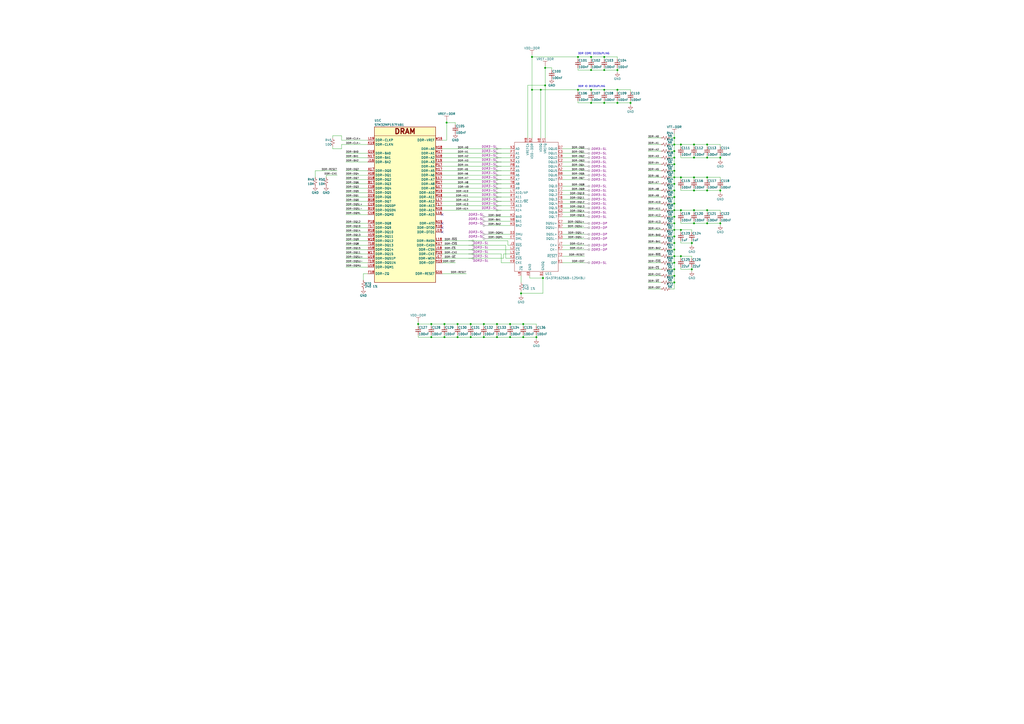
<source format=kicad_sch>
(kicad_sch (version 20230121) (generator eeschema)
  (paper "A2")
  (title_block (title "Benchy Reloaded") (rev "REV1") (company "Daxxn Industries"))
  (lib_symbols
    (symbol "Daxxn_IC:IS43TR16256B-125KBLI"
      (property "Reference" "U" (at 17.78 -76.2 0))
      (property "Value" "IS43TR16256B-125KBLI" (at 17.78 -78.74 0))
      (symbol "IS43TR16256B-125KBLI_0_0"
        (pin power_in line (at 15.24 2.54 270) (length 2.54) hide (name "VDDQ") (number "A1"))
        (pin bidirectional line (at 27.94 -16.51 180) (length 2.54) (name "DQU5") (number "A2"))
        (pin bidirectional line (at 27.94 -21.59 180) (length 2.54) (name "DQU7") (number "A3"))
        (pin bidirectional line (at 27.94 -13.97 180) (length 2.54) (name "DQU4") (number "A7"))
        (pin power_in line (at 15.24 2.54 270) (length 2.54) (name "VDDQ") (number "A8"))
        (pin power_in line (at 8.89 -77.47 90) (length 2.54) (name "GND") (number "A9"))
        (pin power_in line (at 16.51 -77.47 90) (length 2.54) (name "GNDQ") (number "B1"))
        (pin power_in line (at 10.16 2.54 270) (length 2.54) (name "VDD-DDR") (number "B2"))
        (pin power_in line (at 8.89 -77.47 90) (length 2.54) hide (name "GND") (number "B3"))
        (pin bidirectional line (at 27.94 -49.53 180) (length 2.54) (name "DQSU-") (number "B7"))
        (pin bidirectional line (at 27.94 -19.05 180) (length 2.54) (name "DQU6") (number "B8"))
        (pin power_in line (at 16.51 -77.47 90) (length 2.54) hide (name "GNDQ") (number "B9"))
        (pin power_in line (at 15.24 2.54 270) (length 2.54) hide (name "VDDQ") (number "C1"))
        (pin bidirectional line (at 27.94 -11.43 180) (length 2.54) (name "DQU3") (number "C2"))
        (pin bidirectional line (at 27.94 -6.35 180) (length 2.54) (name "DQU1") (number "C3"))
        (pin bidirectional line (at 27.94 -46.99 180) (length 2.54) (name "DQSU+") (number "C7"))
        (pin bidirectional line (at 27.94 -8.89 180) (length 2.54) (name "DQU2") (number "C8"))
        (pin power_in line (at 15.24 2.54 270) (length 2.54) hide (name "VDDQ") (number "C9"))
        (pin power_in line (at 16.51 -77.47 90) (length 2.54) hide (name "GNDQ") (number "D1"))
        (pin power_in line (at 15.24 2.54 270) (length 2.54) hide (name "VDDQ") (number "D2"))
        (pin input line (at -2.54 -53.34 0) (length 2.54) (name "DMU") (number "D3"))
        (pin bidirectional line (at 27.94 -3.81 180) (length 2.54) (name "DQU0") (number "D7"))
        (pin power_in line (at 16.51 -77.47 90) (length 2.54) hide (name "GNDQ") (number "D8"))
        (pin power_in line (at 10.16 2.54 270) (length 2.54) hide (name "VDD-DDR") (number "D9"))
        (pin power_in line (at 8.89 -77.47 90) (length 2.54) hide (name "GND") (number "E1"))
        (pin power_in line (at 16.51 -77.47 90) (length 2.54) hide (name "GNDQ") (number "E2"))
        (pin bidirectional line (at 27.94 -25.4 180) (length 2.54) (name "DQL0") (number "E3"))
        (pin input line (at -2.54 -55.88 0) (length 2.54) (name "DML") (number "E7"))
        (pin power_in line (at 16.51 -77.47 90) (length 2.54) hide (name "GNDQ") (number "E8"))
        (pin power_in line (at 15.24 2.54 270) (length 2.54) hide (name "VDDQ") (number "E9"))
        (pin power_in line (at 15.24 2.54 270) (length 2.54) hide (name "VDDQ") (number "F1"))
        (pin bidirectional line (at 27.94 -30.48 180) (length 2.54) (name "DQL2") (number "F2"))
        (pin bidirectional line (at 27.94 -53.34 180) (length 2.54) (name "DQSL+") (number "F3"))
        (pin bidirectional line (at 27.94 -27.94 180) (length 2.54) (name "DQL1") (number "F7"))
        (pin bidirectional line (at 27.94 -33.02 180) (length 2.54) (name "DQL3") (number "F8"))
        (pin power_in line (at 16.51 -77.47 90) (length 2.54) hide (name "GNDQ") (number "F9"))
        (pin power_in line (at 16.51 -77.47 90) (length 2.54) hide (name "GNDQ") (number "G1"))
        (pin bidirectional line (at 27.94 -40.64 180) (length 2.54) (name "DQL6") (number "G2"))
        (pin bidirectional line (at 27.94 -55.88 180) (length 2.54) (name "DQSL-") (number "G3"))
        (pin power_in line (at 10.16 2.54 270) (length 2.54) hide (name "VDD-DDR") (number "G7"))
        (pin power_in line (at 8.89 -77.47 90) (length 2.54) hide (name "GND") (number "G8"))
        (pin power_in line (at 16.51 -77.47 90) (length 2.54) hide (name "GNDQ") (number "G9"))
        (pin power_in line (at 17.78 2.54 270) (length 2.54) (name "VREFQ") (number "H1"))
        (pin power_in line (at 15.24 2.54 270) (length 2.54) hide (name "VDDQ") (number "H2"))
        (pin bidirectional line (at 27.94 -35.56 180) (length 2.54) (name "DQL4") (number "H3"))
        (pin bidirectional line (at 27.94 -43.18 180) (length 2.54) (name "DQL7") (number "H7"))
        (pin bidirectional line (at 27.94 -38.1 180) (length 2.54) (name "DQL5") (number "H8"))
        (pin power_in line (at 15.24 2.54 270) (length 2.54) hide (name "VDDQ") (number "H9"))
        (pin no_connect line (at 8.255 -45.085 90) (length 2.54) hide (name "NC") (number "J1"))
        (pin power_in line (at 8.89 -77.47 90) (length 2.54) hide (name "GND") (number "J2"))
        (pin input line (at -2.54 -59.69 0) (length 2.54) (name "~{RAS}") (number "J3"))
        (pin input line (at 27.94 -59.69 180) (length 2.54) (name "CK+") (number "J7"))
        (pin power_in line (at 8.89 -77.47 90) (length 2.54) hide (name "GND") (number "J8"))
        (pin no_connect line (at 8.255 -45.085 90) (length 2.54) hide (name "NC") (number "J9"))
        (pin input line (at 27.94 -69.85 180) (length 2.54) (name "ODT") (number "K1"))
        (pin power_in line (at 10.16 2.54 270) (length 2.54) hide (name "VDD-DDR") (number "K2"))
        (pin input line (at -2.54 -67.31 0) (length 2.54) (name "~{CAS}") (number "K3"))
        (pin input line (at 27.94 -62.23 180) (length 2.54) (name "CK-") (number "K7"))
        (pin power_in line (at 10.16 2.54 270) (length 2.54) hide (name "VDD-DDR") (number "K8"))
        (pin input line (at -2.54 -69.85 0) (length 2.54) (name "CKE") (number "K9"))
        (pin no_connect line (at 8.255 -45.085 90) (length 2.54) hide (name "NC") (number "L1"))
        (pin input line (at -2.54 -62.23 0) (length 2.54) (name "~{CS}") (number "L2"))
        (pin input line (at -2.54 -64.77 0) (length 2.54) (name "~{WE}") (number "L3"))
        (pin input line (at -2.54 -29.21 0) (length 2.54) (name "A10/AP") (number "L7"))
        (pin power_in line (at 3.81 -77.47 90) (length 2.54) (name "ZQ") (number "L8"))
        (pin no_connect line (at 8.255 -45.085 90) (length 2.54) hide (name "NC") (number "L9"))
        (pin power_in line (at 8.89 -77.47 90) (length 2.54) hide (name "GND") (number "M1"))
        (pin input line (at -2.54 -43.18 0) (length 2.54) (name "BA0") (number "M2"))
        (pin input line (at -2.54 -48.26 0) (length 2.54) (name "BA2") (number "M3"))
        (pin no_connect line (at 8.255 -45.085 90) (length 2.54) hide (name "NC") (number "M7"))
        (pin power_in line (at 7.62 2.54 270) (length 2.54) (name "VREFCA") (number "M8"))
        (pin power_in line (at 8.89 -77.47 90) (length 2.54) hide (name "GND") (number "M9"))
        (pin power_in line (at 8.89 -77.47 90) (length 2.54) hide (name "GND") (number "N1"))
        (pin input line (at -2.54 -11.43 0) (length 2.54) (name "A3") (number "N2"))
        (pin input line (at -2.54 -3.81 0) (length 2.54) (name "A0") (number "N3"))
        (pin input line (at -2.54 -34.29 0) (length 2.54) (name "A12/~{BC}") (number "N7"))
        (pin input line (at -2.54 -45.72 0) (length 2.54) (name "BA1") (number "N8"))
        (pin power_in line (at 10.16 2.54 270) (length 2.54) hide (name "VDD-DDR") (number "N9"))
        (pin power_in line (at 8.89 -77.47 90) (length 2.54) hide (name "GND") (number "P1"))
        (pin input line (at -2.54 -16.51 0) (length 2.54) (name "A5") (number "P2"))
        (pin input line (at -2.54 -8.89 0) (length 2.54) (name "A2") (number "P3"))
        (pin input line (at -2.54 -6.35 0) (length 2.54) (name "A1") (number "P7"))
        (pin input line (at -2.54 -13.97 0) (length 2.54) (name "A4") (number "P8"))
        (pin power_in line (at 8.89 -77.47 90) (length 2.54) hide (name "GND") (number "P9"))
        (pin power_in line (at 10.16 2.54 270) (length 2.54) hide (name "VDD-DDR") (number "R1"))
        (pin input line (at -2.54 -21.59 0) (length 2.54) (name "A7") (number "R2"))
        (pin input line (at -2.54 -26.67 0) (length 2.54) (name "A9") (number "R3"))
        (pin input line (at -2.54 -31.75 0) (length 2.54) (name "A11") (number "R7"))
        (pin input line (at -2.54 -19.05 0) (length 2.54) (name "A6") (number "R8"))
        (pin power_in line (at 10.16 2.54 270) (length 2.54) hide (name "VDD-DDR") (number "R9"))
        (pin power_in line (at 8.89 -77.47 90) (length 2.54) hide (name "GND") (number "T1"))
        (pin input line (at 27.94 -66.04 180) (length 2.54) (name "~{RESET}") (number "T2"))
        (pin input line (at -2.54 -36.83 0) (length 2.54) (name "A13") (number "T3"))
        (pin input line (at -2.54 -39.37 0) (length 2.54) (name "A14") (number "T7"))
        (pin input line (at -2.54 -24.13 0) (length 2.54) (name "A8") (number "T8"))
        (pin power_in line (at 8.89 -77.47 90) (length 2.54) hide (name "GND") (number "T9"))
      )
    )
    (symbol "Daxxn_MicroProcessors:STM32MP157FAB1"
      (property "Reference" "U" (at 0 6.35 0))
      (property "Value" "STM32MP157FAB1" (at 0 3.81 0))
      (symbol "STM32MP157FAB1_1_0"
        (text "POWER" (at 19.05 -1.27 0) (effects (font (size 3 3) bold)))
      )
      (symbol "STM32MP157FAB1_1_1"
        (text "x11" (at 11.43 -49.53 0) (effects (font (size 1.27 1.27)) (justify left)))
        (text "x14" (at 5.08 -5.08 0) (effects (font (size 1.27 1.27)) (justify left)))
        (text "x3" (at 31.75 -57.15 0) (effects (font (size 1.27 1.27)) (justify right)))
        (text "x34" (at 10.16 -44.45 0) (effects (font (size 1.27 1.27)) (justify left)))
        (text "x4" (at 25.4 -50.8 0) (effects (font (size 1.27 1.27)) (justify right)))
        (text "x5" (at 27.94 -77.47 0) (effects (font (size 1.27 1.27)) (justify right)))
        (text "x85" (at 33.02 -85.09 0) (effects (font (size 1.27 1.27)) (justify right)))
        (pin power_in line (at 41.91 -85.09 180) (length 3.81) (name "GND") (number "A1"))
        (pin power_in line (at -3.81 -60.96 0) (length 3.81) (name "VDD-DSI") (number "A12"))
        (pin power_in line (at -3.81 -76.2 0) (length 3.81) (name "VDD1V2_DSI-PHY") (number "A16"))
        (pin power_in line (at 41.91 -85.09 180) (length 3.81) hide (name "GND") (number "A19"))
        (pin power_in line (at -3.81 -85.09 0) (length 3.81) (name "VDDA1V8-DSI") (number "B12"))
        (pin power_in line (at -3.81 -73.66 0) (length 3.81) (name "VDD1V2-DSI-REG") (number "B16"))
        (pin power_in line (at 41.91 -85.09 180) (length 3.81) hide (name "GND") (number "B2"))
        (pin power_in line (at 41.91 -85.09 180) (length 3.81) hide (name "GND") (number "B6"))
        (pin power_in line (at 41.91 -77.47 180) (length 3.81) (name "GND-DSI") (number "C12"))
        (pin power_in line (at 41.91 -77.47 180) (length 3.81) hide (name "GND-DSI") (number "C13"))
        (pin power_in line (at 41.91 -77.47 180) (length 3.81) hide (name "GND-DSI") (number "C14"))
        (pin power_in line (at 41.91 -77.47 180) (length 3.81) hide (name "GND-DSI") (number "C15"))
        (pin power_in line (at 41.91 -77.47 180) (length 3.81) hide (name "GND-DSI") (number "C16"))
        (pin power_in line (at 41.91 -85.09 180) (length 3.81) hide (name "GND") (number "C17"))
        (pin power_in line (at 41.91 -85.09 180) (length 3.81) hide (name "GND") (number "C3"))
        (pin power_in line (at 41.91 -85.09 180) (length 3.81) hide (name "GND") (number "D1"))
        (pin power_in line (at 41.91 -85.09 180) (length 3.81) hide (name "GND") (number "D4"))
        (pin power_in line (at 41.91 -85.09 180) (length 3.81) hide (name "GND") (number "D5"))
        (pin power_in line (at 41.91 -85.09 180) (length 3.81) hide (name "GND") (number "D8"))
        (pin power_in line (at 41.91 -85.09 180) (length 3.81) hide (name "GND") (number "E10"))
        (pin power_in line (at -3.81 -44.45 0) (length 3.81) hide (name "VDDCORE") (number "E11"))
        (pin power_in line (at 41.91 -85.09 180) (length 3.81) hide (name "GND") (number "E12"))
        (pin power_in line (at -3.81 -44.45 0) (length 3.81) hide (name "VDDCORE") (number "E13"))
        (pin power_in line (at 41.91 -85.09 180) (length 3.81) hide (name "GND") (number "E14"))
        (pin power_in line (at -3.81 -49.53 0) (length 3.81) hide (name "VDDQ-DDR") (number "E15"))
        (pin power_in line (at 41.91 -85.09 180) (length 3.81) hide (name "GND") (number "E16"))
        (pin power_in line (at 41.91 -85.09 180) (length 3.81) hide (name "GND") (number "E2"))
        (pin power_in line (at 41.91 -85.09 180) (length 3.81) hide (name "GND") (number "E4"))
        (pin power_in line (at 41.91 -85.09 180) (length 3.81) hide (name "GND") (number "E5"))
        (pin power_in line (at 41.91 -85.09 180) (length 3.81) hide (name "GND") (number "E6"))
        (pin power_in line (at -3.81 -44.45 0) (length 3.81) (name "VDDCORE") (number "E7"))
        (pin power_in line (at 41.91 -85.09 180) (length 3.81) hide (name "GND") (number "E8"))
        (pin power_in line (at -3.81 -44.45 0) (length 3.81) hide (name "VDDCORE") (number "E9"))
        (pin power_in line (at -3.81 -44.45 0) (length 3.81) hide (name "VDDCORE") (number "F10"))
        (pin power_in line (at 41.91 -85.09 180) (length 3.81) hide (name "GND") (number "F11"))
        (pin power_in line (at -3.81 -44.45 0) (length 3.81) hide (name "VDDCORE") (number "F12"))
        (pin power_in line (at 41.91 -73.66 180) (length 3.81) (name "GND-PLL2") (number "F13"))
        (pin power_in line (at -3.81 -49.53 0) (length 3.81) hide (name "VDDQ-DDR") (number "F14"))
        (pin power_in line (at 41.91 -85.09 180) (length 3.81) hide (name "GND") (number "F15"))
        (pin power_in line (at -3.81 -44.45 0) (length 3.81) hide (name "VDDCORE") (number "F4"))
        (pin power_in line (at 41.91 -85.09 180) (length 3.81) hide (name "GND") (number "F5"))
        (pin power_in line (at -3.81 -44.45 0) (length 3.81) hide (name "VDDCORE") (number "F6"))
        (pin power_in line (at 41.91 -85.09 180) (length 3.81) hide (name "GND") (number "F7"))
        (pin power_in line (at -3.81 -44.45 0) (length 3.81) hide (name "VDDCORE") (number "F8"))
        (pin power_in line (at 41.91 -85.09 180) (length 3.81) hide (name "GND") (number "F9"))
        (pin power_in line (at 41.91 -85.09 180) (length 3.81) hide (name "GND") (number "G10"))
        (pin power_in line (at -3.81 -44.45 0) (length 3.81) hide (name "VDDCORE") (number "G11"))
        (pin power_in line (at 41.91 -85.09 180) (length 3.81) hide (name "GND") (number "G12"))
        (pin power_in line (at -3.81 -11.43 0) (length 3.81) (name "VDD-PLL2") (number "G13"))
        (pin power_in line (at 41.91 -85.09 180) (length 3.81) hide (name "GND") (number "G14"))
        (pin power_in line (at -3.81 -49.53 0) (length 3.81) hide (name "VDDQ-DDR") (number "G15"))
        (pin power_in line (at 41.91 -85.09 180) (length 3.81) hide (name "GND") (number "G2"))
        (pin power_in line (at 41.91 -85.09 180) (length 3.81) hide (name "GND") (number "G4"))
        (pin power_in line (at -3.81 -44.45 0) (length 3.81) hide (name "VDDCORE") (number "G5"))
        (pin power_in line (at 41.91 -85.09 180) (length 3.81) hide (name "GND") (number "G6"))
        (pin power_in line (at -3.81 -44.45 0) (length 3.81) hide (name "VDDCORE") (number "G7"))
        (pin power_in line (at 41.91 -85.09 180) (length 3.81) hide (name "GND") (number "G8"))
        (pin power_in line (at -3.81 -44.45 0) (length 3.81) hide (name "VDDCORE") (number "G9"))
        (pin power_in line (at -3.81 -44.45 0) (length 3.81) hide (name "VDDCORE") (number "H10"))
        (pin power_in line (at 41.91 -85.09 180) (length 3.81) hide (name "GND") (number "H11"))
        (pin power_in line (at -3.81 -44.45 0) (length 3.81) hide (name "VDDCORE") (number "H12"))
        (pin power_in line (at 41.91 -85.09 180) (length 3.81) hide (name "GND") (number "H13"))
        (pin power_in line (at -3.81 -49.53 0) (length 3.81) hide (name "VDDQ-DDR") (number "H14"))
        (pin power_in line (at 41.91 -85.09 180) (length 3.81) hide (name "GND") (number "H15"))
        (pin input line (at 41.91 -5.08 180) (length 3.81) (name "VBAT") (number "H3"))
        (pin power_in line (at -3.81 -44.45 0) (length 3.81) hide (name "VDDCORE") (number "H4"))
        (pin power_in line (at 41.91 -85.09 180) (length 3.81) hide (name "GND") (number "H5"))
        (pin power_in line (at -3.81 -44.45 0) (length 3.81) hide (name "VDDCORE") (number "H6"))
        (pin power_in line (at 41.91 -85.09 180) (length 3.81) hide (name "GND") (number "H7"))
        (pin power_in line (at -3.81 -44.45 0) (length 3.81) hide (name "VDDCORE") (number "H8"))
        (pin power_in line (at 41.91 -85.09 180) (length 3.81) hide (name "GND") (number "H9"))
        (pin power_in line (at 41.91 -85.09 180) (length 3.81) hide (name "GND") (number "J10"))
        (pin power_in line (at -3.81 -44.45 0) (length 3.81) hide (name "VDDCORE") (number "J11"))
        (pin power_in line (at 41.91 -85.09 180) (length 3.81) hide (name "GND") (number "J12"))
        (pin power_in line (at -3.81 -44.45 0) (length 3.81) hide (name "VDDCORE") (number "J13"))
        (pin power_in line (at 41.91 -85.09 180) (length 3.81) hide (name "GND") (number "J14"))
        (pin power_in line (at -3.81 -49.53 0) (length 3.81) hide (name "VDDQ-DDR") (number "J15"))
        (pin power_in line (at 41.91 -85.09 180) (length 3.81) hide (name "GND") (number "J3"))
        (pin power_in line (at 41.91 -71.12 180) (length 3.81) (name "GND-PLL") (number "J4"))
        (pin power_in line (at -3.81 -8.89 0) (length 3.81) (name "VDD-PLL") (number "J5"))
        (pin power_in line (at 41.91 -85.09 180) (length 3.81) hide (name "GND") (number "J6"))
        (pin power_in line (at -3.81 -44.45 0) (length 3.81) hide (name "VDDCORE") (number "J7"))
        (pin power_in line (at 41.91 -85.09 180) (length 3.81) hide (name "GND") (number "J8"))
        (pin power_in line (at -3.81 -44.45 0) (length 3.81) hide (name "VDDCORE") (number "J9"))
        (pin power_in line (at -3.81 -44.45 0) (length 3.81) hide (name "VDDCORE") (number "K10"))
        (pin power_in line (at 41.91 -85.09 180) (length 3.81) hide (name "GND") (number "K11"))
        (pin power_in line (at -3.81 -44.45 0) (length 3.81) hide (name "VDDCORE") (number "K12"))
        (pin power_in line (at 41.91 -85.09 180) (length 3.81) hide (name "GND") (number "K13"))
        (pin power_in line (at -3.81 -49.53 0) (length 3.81) hide (name "VDDQ-DDR") (number "K14"))
        (pin power_in line (at 41.91 -85.09 180) (length 3.81) hide (name "GND") (number "K15"))
        (pin power_in line (at 41.91 -85.09 180) (length 3.81) hide (name "GND") (number "K2"))
        (pin power_in line (at 41.91 -85.09 180) (length 3.81) hide (name "GND") (number "K5"))
        (pin power_in line (at -3.81 -5.08 0) (length 3.81) (name "VDD") (number "K6"))
        (pin power_in line (at 41.91 -85.09 180) (length 3.81) hide (name "GND") (number "K7"))
        (pin power_in line (at -3.81 -44.45 0) (length 3.81) hide (name "VDDCORE") (number "K8"))
        (pin power_in line (at 41.91 -85.09 180) (length 3.81) hide (name "GND") (number "K9"))
        (pin input line (at 41.91 -12.7 180) (length 3.81) (name "PWR-ON") (number "L1"))
        (pin power_in line (at 41.91 -85.09 180) (length 3.81) hide (name "GND") (number "L10"))
        (pin power_in line (at -3.81 -44.45 0) (length 3.81) hide (name "VDDCORE") (number "L11"))
        (pin power_in line (at 41.91 -85.09 180) (length 3.81) hide (name "GND") (number "L12"))
        (pin power_in line (at -3.81 -44.45 0) (length 3.81) hide (name "VDDCORE") (number "L13"))
        (pin power_in line (at 41.91 -85.09 180) (length 3.81) hide (name "GND") (number "L14"))
        (pin power_in line (at -3.81 -49.53 0) (length 3.81) hide (name "VDDQ-DDR") (number "L15"))
        (pin power_in line (at -3.81 -33.02 0) (length 3.81) (name "VDD-ANA") (number "L3"))
        (pin power_in line (at 41.91 -62.23 180) (length 3.81) (name "GND-ANA") (number "L4"))
        (pin power_in line (at -3.81 -5.08 0) (length 3.81) hide (name "VDD") (number "L5"))
        (pin power_in line (at 41.91 -85.09 180) (length 3.81) hide (name "GND") (number "L6"))
        (pin power_in line (at -3.81 -5.08 0) (length 3.81) hide (name "VDD") (number "L7"))
        (pin power_in line (at 41.91 -85.09 180) (length 3.81) hide (name "GND") (number "L8"))
        (pin power_in line (at -3.81 -44.45 0) (length 3.81) hide (name "VDDCORE") (number "L9"))
        (pin power_in line (at -3.81 -44.45 0) (length 3.81) hide (name "VDDCORE") (number "M10"))
        (pin power_in line (at 41.91 -85.09 180) (length 3.81) hide (name "GND") (number "M11"))
        (pin power_in line (at -3.81 -44.45 0) (length 3.81) hide (name "VDDCORE") (number "M12"))
        (pin power_in line (at 41.91 -85.09 180) (length 3.81) hide (name "GND") (number "M13"))
        (pin power_in line (at -3.81 -49.53 0) (length 3.81) hide (name "VDDQ-DDR") (number "M14"))
        (pin power_in line (at 41.91 -85.09 180) (length 3.81) hide (name "GND") (number "M15"))
        (pin input line (at 41.91 -43.18 180) (length 3.81) (name "VREF-") (number "M3"))
        (pin power_in line (at -3.81 -30.48 0) (length 3.81) (name "VDDA") (number "M4"))
        (pin power_in line (at 41.91 -85.09 180) (length 3.81) hide (name "GND") (number "M5"))
        (pin power_in line (at -3.81 -5.08 0) (length 3.81) hide (name "VDD") (number "M6"))
        (pin power_in line (at 41.91 -85.09 180) (length 3.81) hide (name "GND") (number "M7"))
        (pin power_in line (at -3.81 -5.08 0) (length 3.81) hide (name "VDD") (number "M8"))
        (pin power_in line (at 41.91 -85.09 180) (length 3.81) hide (name "GND") (number "M9"))
        (pin input line (at 41.91 -19.05 180) (length 3.81) (name "PDR-ON-CORE") (number "N1"))
        (pin power_in line (at 41.91 -85.09 180) (length 3.81) hide (name "GND") (number "N10"))
        (pin power_in line (at -3.81 -44.45 0) (length 3.81) hide (name "VDDCORE") (number "N11"))
        (pin power_in line (at 41.91 -85.09 180) (length 3.81) hide (name "GND") (number "N12"))
        (pin power_in line (at -3.81 -44.45 0) (length 3.81) hide (name "VDDCORE") (number "N13"))
        (pin power_in line (at 41.91 -85.09 180) (length 3.81) hide (name "GND") (number "N14"))
        (pin power_in line (at -3.81 -49.53 0) (length 3.81) (name "VDDQ-DDR") (number "N15"))
        (pin input line (at 41.91 -16.51 180) (length 3.81) (name "PDR-ON") (number "N2"))
        (pin input line (at -3.81 -26.67 0) (length 3.81) (name "VREF+") (number "N3"))
        (pin power_in line (at 41.91 -57.15 180) (length 3.81) (name "GNDA") (number "N4"))
        (pin power_in line (at -3.81 -5.08 0) (length 3.81) hide (name "VDD") (number "N5"))
        (pin power_in line (at 41.91 -85.09 180) (length 3.81) hide (name "GND") (number "N6"))
        (pin power_in line (at -3.81 -5.08 0) (length 3.81) hide (name "VDD") (number "N7"))
        (pin power_in line (at 41.91 -85.09 180) (length 3.81) hide (name "GND") (number "N8"))
        (pin power_in line (at -3.81 -5.08 0) (length 3.81) hide (name "VDD") (number "N9"))
        (pin input line (at 41.91 -10.16 180) (length 3.81) (name "PWR-LP") (number "P1"))
        (pin power_in line (at -3.81 -5.08 0) (length 3.81) hide (name "VDD") (number "P10"))
        (pin power_in line (at 41.91 -85.09 180) (length 3.81) hide (name "GND") (number "P11"))
        (pin power_in line (at -3.81 -44.45 0) (length 3.81) hide (name "VDDCORE") (number "P12"))
        (pin power_in line (at 41.91 -85.09 180) (length 3.81) hide (name "GND") (number "P13"))
        (pin power_in line (at -3.81 -49.53 0) (length 3.81) hide (name "VDDQ-DDR") (number "P14"))
        (pin power_in line (at 41.91 -85.09 180) (length 3.81) hide (name "GND") (number "P15"))
        (pin power_in line (at 41.91 -57.15 180) (length 3.81) hide (name "GNDA") (number "P5"))
        (pin power_in line (at -3.81 -5.08 0) (length 3.81) hide (name "VDD") (number "P6"))
        (pin power_in line (at 41.91 -85.09 180) (length 3.81) hide (name "GND") (number "P7"))
        (pin power_in line (at -3.81 -5.08 0) (length 3.81) hide (name "VDD") (number "P8"))
        (pin power_in line (at 41.91 -85.09 180) (length 3.81) hide (name "GND") (number "P9"))
        (pin power_in line (at 41.91 -85.09 180) (length 3.81) hide (name "GND") (number "R10"))
        (pin power_in line (at -3.81 -5.08 0) (length 3.81) hide (name "VDD") (number "R11"))
        (pin power_in line (at 41.91 -85.09 180) (length 3.81) hide (name "GND") (number "R12"))
        (pin power_in line (at -3.81 -44.45 0) (length 3.81) hide (name "VDDCORE") (number "R13"))
        (pin power_in line (at 41.91 -85.09 180) (length 3.81) hide (name "GND") (number "R14"))
        (pin power_in line (at -3.81 -49.53 0) (length 3.81) hide (name "VDDQ-DDR") (number "R15"))
        (pin power_in line (at 41.91 -85.09 180) (length 3.81) hide (name "GND") (number "R16"))
        (pin power_in line (at 41.91 -85.09 180) (length 3.81) hide (name "GND") (number "R2"))
        (pin power_in line (at 41.91 -57.15 180) (length 3.81) hide (name "GNDA") (number "R5"))
        (pin power_in line (at 41.91 -85.09 180) (length 3.81) hide (name "GND") (number "R6"))
        (pin power_in line (at -3.81 -5.08 0) (length 3.81) hide (name "VDD") (number "R7"))
        (pin power_in line (at 41.91 -85.09 180) (length 3.81) hide (name "GND") (number "R8"))
        (pin power_in line (at -3.81 -5.08 0) (length 3.81) hide (name "VDD") (number "R9"))
        (pin input line (at 41.91 -24.13 180) (length 3.81) (name "BYPASS-REG1V8") (number "T15"))
        (pin power_in line (at 41.91 -85.09 180) (length 3.81) hide (name "GND") (number "T4"))
        (pin power_in line (at 41.91 -50.8 180) (length 3.81) (name "GND-USBHS") (number "U13"))
        (pin power_in line (at 41.91 -50.8 180) (length 3.81) hide (name "GND-USBHS") (number "U14"))
        (pin power_in line (at 41.91 -85.09 180) (length 3.81) hide (name "GND") (number "U17"))
        (pin power_in line (at 41.91 -85.09 180) (length 3.81) hide (name "GND") (number "U3"))
        (pin power_in line (at 41.91 -85.09 180) (length 3.81) hide (name "GND") (number "U6"))
        (pin power_in line (at 41.91 -85.09 180) (length 3.81) hide (name "GND") (number "U8"))
        (pin power_in line (at -3.81 -82.55 0) (length 3.81) (name "VDDA1V8-REG") (number "V11"))
        (pin power_in line (at 41.91 -50.8 180) (length 3.81) hide (name "GND-USBHS") (number "V12"))
        (pin power_in line (at 41.91 -50.8 180) (length 3.81) hide (name "GND-USBHS") (number "V15"))
        (pin power_in line (at 41.91 -85.09 180) (length 3.81) hide (name "GND") (number "W1"))
        (pin power_in line (at -3.81 -68.58 0) (length 3.81) (name "VDDA1V1-REG") (number "W11"))
        (pin power_in line (at -3.81 -15.24 0) (length 3.81) (name "VDD3V3-USBHS") (number "W12"))
        (pin power_in line (at -3.81 -17.78 0) (length 3.81) (name "VDD3V3-USBFS") (number "W15"))
        (pin power_in line (at 41.91 -85.09 180) (length 3.81) hide (name "GND") (number "W19"))
      )
      (symbol "STM32MP157FAB1_2_0"
        (text "CONTROL" (at 20.32 -1.27 0) (effects (font (size 3 3) bold)))
      )
      (symbol "STM32MP157FAB1_2_1"
        (pin input line (at 43.18 -12.7 180) (length 3.81) (name "NJRST") (number "D12"))
        (pin input line (at 43.18 -15.24 180) (length 3.81) (name "JTDI") (number "D13"))
        (pin output line (at 43.18 -10.16 180) (length 3.81) (name "SWO-TRACE") (number "D14"))
        (pin bidirectional line (at 43.18 -7.62 180) (length 3.81) (name "SWDIO") (number "D15"))
        (pin input line (at 43.18 -5.08 180) (length 3.81) (name "SWCLK") (number "D16"))
        (pin input line (at 43.18 -22.86 180) (length 3.81) (name "~{RST}") (number "J1"))
        (pin input line (at 43.18 -25.4 180) (length 3.81) (name "~{RST-CORE}") (number "J2"))
        (pin input line (at -3.81 -21.59 0) (length 3.81) (name "BOOT0") (number "K1"))
        (pin input line (at -3.81 -24.13 0) (length 3.81) (name "BOOT1") (number "K4"))
        (pin input line (at -3.81 -26.67 0) (length 3.81) (name "BOOT2") (number "L2"))
        (pin input line (at -3.81 -5.08 0) (length 3.81) (name "OSC-IN") (number "M1"))
        (pin output line (at -3.81 -10.16 0) (length 3.81) (name "OSC-OUT") (number "M2"))
      )
      (symbol "STM32MP157FAB1_3_0"
        (text "DRAM" (at 17.78 0 0) (effects (font (size 3 3) bold)))
      )
      (symbol "STM32MP157FAB1_3_1"
        (pin bidirectional line (at 39.37 -22.86 180) (length 3.81) (name "DDR-DQ0") (number "A17"))
        (pin bidirectional line (at 39.37 -25.4 180) (length 3.81) (name "DDR-DQ1") (number "A18"))
        (pin bidirectional line (at 39.37 -30.48 180) (length 3.81) (name "DDR-DQ3") (number "B17"))
        (pin bidirectional line (at 39.37 -40.64 180) (length 3.81) (name "DDR-DQ7") (number "B18"))
        (pin bidirectional line (at 39.37 -45.72 180) (length 3.81) (name "DDR-DQS0N") (number "B19"))
        (pin bidirectional line (at 39.37 -48.26 180) (length 3.81) (name "DDR-DQM0") (number "C18"))
        (pin bidirectional line (at 39.37 -43.18 180) (length 3.81) (name "DDR-DQS0P") (number "C19"))
        (pin bidirectional line (at 39.37 -35.56 180) (length 3.81) (name "DDR-DQ5") (number "D17"))
        (pin bidirectional line (at 39.37 -27.94 180) (length 3.81) (name "DDR-DQ2") (number "D18"))
        (pin bidirectional line (at 39.37 -38.1 180) (length 3.81) (name "DDR-DQ6") (number "D19"))
        (pin bidirectional line (at -3.81 -27.94 0) (length 3.81) (name "DDR-A7") (number "E17"))
        (pin bidirectional line (at 39.37 -33.02 180) (length 3.81) (name "DDR-DQ4") (number "E18"))
        (pin bidirectional line (at -3.81 -43.18 0) (length 3.81) (name "DDR-A13") (number "F17"))
        (pin bidirectional line (at 39.37 -82.55 180) (length 3.81) (name "DDR-ZQ") (number "F18"))
        (pin bidirectional line (at -3.81 -17.78 0) (length 3.81) (name "DDR-A3") (number "F19"))
        (pin bidirectional line (at -3.81 -82.55 0) (length 3.81) (name "DDR-RESET") (number "G16"))
        (pin bidirectional line (at -3.81 -33.02 0) (length 3.81) (name "DDR-A9") (number "G17"))
        (pin bidirectional line (at -3.81 -15.24 0) (length 3.81) (name "DDR-A2") (number "G18"))
        (pin bidirectional line (at 39.37 -12.7 180) (length 3.81) (name "DDR-BA0") (number "G19"))
        (pin bidirectional line (at -3.81 -22.86 0) (length 3.81) (name "DDR-A5") (number "H17"))
        (pin bidirectional line (at -3.81 -10.16 0) (length 3.81) (name "DDR-A0") (number "H18"))
        (pin bidirectional line (at -3.81 -76.2 0) (length 3.81) (name "DDR-ODT") (number "H19"))
        (pin bidirectional line (at 39.37 -17.78 180) (length 3.81) (name "DDR-BA2") (number "J16"))
        (pin bidirectional line (at -3.81 -73.66 0) (length 3.81) (name "DDR-WEN") (number "J17"))
        (pin bidirectional line (at -3.81 -68.58 0) (length 3.81) (name "DDR-CSN") (number "J18"))
        (pin bidirectional line (at -3.81 -58.42 0) (length 3.81) (name "DDR-DTO1") (number "J19"))
        (pin bidirectional line (at -3.81 -66.04 0) (length 3.81) (name "DDR-CASN") (number "K17"))
        (pin bidirectional line (at -3.81 -55.88 0) (length 3.81) (name "DDR-DTO0") (number "K18"))
        (pin bidirectional line (at 39.37 -7.62 180) (length 3.81) (name "DDR-CLKN") (number "K19"))
        (pin bidirectional line (at -3.81 -48.26 0) (length 3.81) (name "DDR-A15") (number "L16"))
        (pin bidirectional line (at -3.81 -40.64 0) (length 3.81) (name "DDR-A12") (number "L17"))
        (pin bidirectional line (at -3.81 -63.5 0) (length 3.81) (name "DDR-RASN") (number "L18"))
        (pin bidirectional line (at 39.37 -5.08 180) (length 3.81) (name "DDR-CLKP") (number "L19"))
        (pin bidirectional line (at -3.81 -12.7 0) (length 3.81) (name "DDR-A1") (number "M17"))
        (pin bidirectional line (at -3.81 -38.1 0) (length 3.81) (name "DDR-A11") (number "M18"))
        (pin bidirectional line (at -3.81 -35.56 0) (length 3.81) (name "DDR-A10") (number "M19"))
        (pin bidirectional line (at -3.81 -25.4 0) (length 3.81) (name "DDR-A6") (number "N16"))
        (pin bidirectional line (at 39.37 -15.24 180) (length 3.81) (name "DDR-BA1") (number "N17"))
        (pin bidirectional line (at -3.81 -45.72 0) (length 3.81) (name "DDR-A14") (number "N18"))
        (pin bidirectional line (at -3.81 -53.34 0) (length 3.81) (name "DDR-ATO") (number "N19"))
        (pin bidirectional line (at -3.81 -20.32 0) (length 3.81) (name "DDR-A4") (number "P17"))
        (pin bidirectional line (at 39.37 -53.34 180) (length 3.81) (name "DDR-DQ8") (number "P18"))
        (pin bidirectional line (at -3.81 -71.12 0) (length 3.81) (name "DDR-CKE") (number "P19"))
        (pin bidirectional line (at -3.81 -30.48 0) (length 3.81) (name "DDR-A8") (number "R17"))
        (pin bidirectional line (at 39.37 -58.42 180) (length 3.81) (name "DDR-DQ10") (number "R18"))
        (pin bidirectional line (at 39.37 -55.88 180) (length 3.81) (name "DDR-DQ9") (number "T17"))
        (pin bidirectional line (at 39.37 -66.04 180) (length 3.81) (name "DDR-DQ13") (number "T18"))
        (pin bidirectional line (at 39.37 -76.2 180) (length 3.81) (name "DDR-DQS1N") (number "T19"))
        (pin bidirectional line (at 39.37 -78.74 180) (length 3.81) (name "DDR-DQM1") (number "U18"))
        (pin bidirectional line (at 39.37 -73.66 180) (length 3.81) (name "DDR-DQS1P") (number "U19"))
        (pin bidirectional line (at 39.37 -68.58 180) (length 3.81) (name "DDR-DQ14") (number "V18"))
        (pin bidirectional line (at 39.37 -60.96 180) (length 3.81) (name "DDR-DQ11") (number "V19"))
        (pin bidirectional line (at -3.81 -5.08 0) (length 3.81) (name "DDR-VREF") (number "W16"))
        (pin bidirectional line (at 39.37 -71.12 180) (length 3.81) (name "DDR-DQ15") (number "W17"))
        (pin bidirectional line (at 39.37 -63.5 180) (length 3.81) (name "DDR-DQ12") (number "W18"))
      )
      (symbol "STM32MP157FAB1_4_1"
        (text "LCD" (at 0 -3.81 0) (effects (font (size 2.4 2.4) bold) (justify left bottom)))
        (text "USB" (at 38.1 -3.81 0) (effects (font (size 2.4 2.4) bold) (justify right bottom)))
        (pin bidirectional line (at -3.81 -16.51 0) (length 3.81) (name "DSI-D0N") (number "A13"))
        (pin bidirectional line (at -3.81 -8.89 0) (length 3.81) (name "DSI-CKN") (number "A14"))
        (pin bidirectional line (at -3.81 -24.13 0) (length 3.81) (name "DSI-D1N") (number "A15"))
        (pin bidirectional line (at -3.81 -13.97 0) (length 3.81) (name "DSI-D0P") (number "B13"))
        (pin bidirectional line (at -3.81 -6.35 0) (length 3.81) (name "DSI-CKP") (number "B14"))
        (pin bidirectional line (at -3.81 -21.59 0) (length 3.81) (name "DSI-D1P") (number "B15"))
        (pin input line (at 41.91 -6.35 180) (length 3.81) (name "OTG-VBUS") (number "U15"))
        (pin bidirectional line (at 41.91 -24.13 180) (length 3.81) (name "USB-DM2") (number "V13"))
        (pin bidirectional line (at 41.91 -13.97 180) (length 3.81) (name "USB-DP1") (number "V14"))
        (pin input line (at 41.91 -8.89 180) (length 3.81) (name "USB-RREF") (number "V16"))
        (pin bidirectional line (at 41.91 -21.59 180) (length 3.81) (name "USB-DP2") (number "W13"))
        (pin bidirectional line (at 41.91 -16.51 180) (length 3.81) (name "USB-DM1") (number "W14"))
      )
      (symbol "STM32MP157FAB1_5_0"
        (text "A B" (at 31.75 -12.7 0) (effects (font (size 3 3) bold)))
        (text "GPIO" (at 31.75 0 0) (effects (font (size 3 3) bold)))
        (text "PORTS" (at 31.75 -7.62 0) (effects (font (size 3 3) bold)))
      )
      (symbol "STM32MP157FAB1_5_1"
        (pin bidirectional line (at 67.31 -12.7 180) (length 3.81) (name "PB3") (number "A7") (alternate "SDMMC2-D2" bidirectional line))
        (pin bidirectional line (at 67.31 -43.18 180) (length 3.81) (name "PB15") (number "A8") (alternate "SDMMC2-D1" bidirectional line))
        (pin bidirectional line (at 67.31 -22.86 180) (length 3.81) (name "PB7") (number "B5") (alternate "I2C1-SDA" bidirectional line) (alternate "I2C4-SDA" bidirectional line) (alternate "SDMMC2-D1" bidirectional line))
        (pin bidirectional line (at -3.81 -25.4 0) (length 3.81) (name "PA8") (number "B8") (alternate "I2C3-SCL" bidirectional line))
        (pin bidirectional line (at 67.31 -15.24 180) (length 3.81) (name "PB4") (number "B9") (alternate "SDMMC2-D3" bidirectional line))
        (pin bidirectional line (at -3.81 -43.18 0) (length 3.81) (name "PA15") (number "C7"))
        (pin bidirectional line (at -3.81 -27.94 0) (length 3.81) (name "PA9") (number "C8") (alternate "TIM1-CH2" bidirectional line))
        (pin bidirectional line (at 67.31 -40.64 180) (length 3.81) (name "PB14") (number "C9") (alternate "SDMMC2-D0" bidirectional line))
        (pin bidirectional line (at 67.31 -27.94 180) (length 3.81) (name "PB9") (number "D9") (alternate "I2C1-SDA" bidirectional line) (alternate "I2C4-SDA" bidirectional line))
        (pin bidirectional line (at -3.81 -38.1 0) (length 3.81) (name "PA13") (number "P2"))
        (pin bidirectional line (at -3.81 -12.7 0) (length 3.81) (name "PA3") (number "P3") (alternate "USART2-RX" bidirectional line))
        (pin bidirectional line (at -3.81 -17.78 0) (length 3.81) (name "PA5") (number "P4"))
        (pin bidirectional line (at -3.81 -40.64 0) (length 3.81) (name "PA14") (number "R1"))
        (pin bidirectional line (at -3.81 -5.08 0) (length 3.81) (name "PA0") (number "R3") (alternate "SDMMC2-CMD" bidirectional line))
        (pin bidirectional line (at -3.81 -15.24 0) (length 3.81) (name "PA4") (number "R4"))
        (pin bidirectional line (at 67.31 -20.32 180) (length 3.81) (name "PB6") (number "T12") (alternate "I2C1-SCL" bidirectional line) (alternate "I2C4-SCL" bidirectional line))
        (pin bidirectional line (at 67.31 -10.16 180) (length 3.81) (name "PB2") (number "T13"))
        (pin bidirectional line (at -3.81 -30.48 0) (length 3.81) (name "PA10") (number "T16") (alternate "TIM1-CH3" bidirectional line))
        (pin bidirectional line (at -3.81 -20.32 0) (length 3.81) (name "PA6") (number "T5"))
        (pin bidirectional line (at -3.81 -22.86 0) (length 3.81) (name "PA7") (number "T6"))
        (pin bidirectional line (at 67.31 -17.78 180) (length 3.81) (name "PB5") (number "T8"))
        (pin bidirectional line (at 67.31 -38.1 180) (length 3.81) (name "PB13") (number "T9"))
        (pin bidirectional line (at -3.81 -35.56 0) (length 3.81) (name "PA12") (number "U16") (alternate "I2C5-SDA" bidirectional line))
        (pin bidirectional line (at -3.81 -7.62 0) (length 3.81) (name "PA1") (number "U4"))
        (pin bidirectional line (at 67.31 -33.02 180) (length 3.81) (name "PB11") (number "V1") (alternate "I2C2-SDA" bidirectional line) (alternate "USART3-RX" bidirectional line))
        (pin bidirectional line (at -3.81 -33.02 0) (length 3.81) (name "PA11") (number "V17") (alternate "I2C5-SCL" output line))
        (pin bidirectional line (at 67.31 -7.62 180) (length 3.81) (name "PB1") (number "V3"))
        (pin bidirectional line (at 67.31 -35.56 180) (length 3.81) (name "PB12") (number "V5") (alternate "USART3-RX" bidirectional line))
        (pin bidirectional line (at -3.81 -10.16 0) (length 3.81) (name "PA2") (number "W2") (alternate "USART2-TX" bidirectional line))
        (pin bidirectional line (at 67.31 -5.08 180) (length 3.81) (name "PB0") (number "W3"))
        (pin bidirectional line (at 67.31 -30.48 180) (length 3.81) (name "PB10") (number "W5") (alternate "I2C2-SCL" bidirectional line) (alternate "USART3-TX" bidirectional line))
        (pin bidirectional line (at 67.31 -25.4 180) (length 3.81) (name "PB8") (number "W6") (alternate "I2C1-SCL" bidirectional line) (alternate "I2C4-SCL" bidirectional line))
      )
      (symbol "STM32MP157FAB1_6_1"
        (text "C D" (at 31.75 -12.7 0) (effects (font (size 3 3) bold)))
        (text "GPIO" (at 31.75 0 0) (effects (font (size 3 3) bold)))
        (text "PORTS" (at 31.75 -7.62 0) (effects (font (size 3 3) bold)))
        (pin bidirectional line (at -3.81 -27.94 0) (length 3.81) (name "PC9") (number "A10") (alternate "I2C3-SDA" bidirectional line))
        (pin bidirectional line (at -3.81 -33.02 0) (length 3.81) (name "PC11") (number "A11") (alternate "USART3-RX" bidirectional line))
        (pin bidirectional line (at 67.31 -5.08 180) (length 3.81) (name "PD0") (number "A3") (alternate "I2C5-SDA" bidirectional line) (alternate "SDMMC3-CMD" bidirectional line))
        (pin bidirectional line (at 67.31 -7.62 180) (length 3.81) (name "PD1") (number "A4") (alternate "I2C5-SCL" bidirectional line) (alternate "SDMMC3-D0" bidirectional line))
        (pin bidirectional line (at -3.81 -22.86 0) (length 3.81) (name "PC7") (number "A9"))
        (pin bidirectional line (at 67.31 -10.16 180) (length 3.81) (name "PD2") (number "B10"))
        (pin bidirectional line (at 67.31 -22.86 180) (length 3.81) (name "PD7") (number "B4") (alternate "I2C2-SCL" bidirectional line) (alternate "SDMMC3-D3" bidirectional line))
        (pin bidirectional line (at -3.81 -35.56 0) (length 3.81) (name "PC12") (number "C10"))
        (pin bidirectional line (at -3.81 -25.4 0) (length 3.81) (name "PC8") (number "C11"))
        (pin bidirectional line (at 67.31 -30.48 180) (length 3.81) (name "PD10") (number "C5"))
        (pin bidirectional line (at 67.31 -12.7 180) (length 3.81) (name "PD3") (number "C6"))
        (pin bidirectional line (at -3.81 -20.32 0) (length 3.81) (name "PC6") (number "D10"))
        (pin bidirectional line (at -3.81 -30.48 0) (length 3.81) (name "PC10") (number "D11") (alternate "USART3-TX" bidirectional line))
        (pin bidirectional line (at 67.31 -15.24 180) (length 3.81) (name "PD4") (number "D6") (alternate "SDMMC3-D1" bidirectional line))
        (pin bidirectional line (at 67.31 -17.78 180) (length 3.81) (name "PD5") (number "D7") (alternate "SDMMC3-D2" bidirectional line) (alternate "USART2-TX" bidirectional line))
        (pin bidirectional line (at 67.31 -20.32 180) (length 3.81) (name "PD6") (number "E3") (alternate "USART2-RX" input line))
        (pin bidirectional line (at 67.31 -25.4 180) (length 3.81) (name "PD8") (number "F2") (alternate "USART3-TX" bidirectional line))
        (pin bidirectional line (at 67.31 -40.64 180) (length 3.81) (name "PD14") (number "F3"))
        (pin bidirectional line (at 67.31 -43.18 180) (length 3.81) (name "PD15") (number "G1"))
        (pin bidirectional line (at 67.31 -27.94 180) (length 3.81) (name "PD9") (number "G3") (alternate "USART3-RX" bidirectional line))
        (pin bidirectional line (at -3.81 -40.64 0) (length 3.81) (name "PC14") (number "H1") (alternate "OSC32-IN" input line))
        (pin bidirectional line (at -3.81 -43.18 0) (length 3.81) (name "PC15") (number "H2") (alternate "OSC32-OUT" output line))
        (pin bidirectional line (at -3.81 -38.1 0) (length 3.81) (name "PC13") (number "K3"))
        (pin bidirectional line (at -3.81 -10.16 0) (length 3.81) (name "PC2") (number "T2"))
        (pin bidirectional line (at -3.81 -12.7 0) (length 3.81) (name "PC3") (number "T3"))
        (pin bidirectional line (at -3.81 -5.08 0) (length 3.81) (name "PC0") (number "T7"))
        (pin bidirectional line (at 67.31 -35.56 180) (length 3.81) (name "PD12") (number "U11") (alternate "I2C1-SCL" bidirectional line) (alternate "I2C4-SCL" bidirectional line))
        (pin bidirectional line (at 67.31 -38.1 180) (length 3.81) (name "PD13") (number "U12") (alternate "I2C1-SDA" bidirectional line) (alternate "I2C4-SDA" bidirectional line))
        (pin bidirectional line (at -3.81 -7.62 0) (length 3.81) (name "PC1") (number "V2") (alternate "SDMMC2-CK" bidirectional line))
        (pin bidirectional line (at -3.81 -17.78 0) (length 3.81) (name "PC5") (number "V4"))
        (pin bidirectional line (at 67.31 -33.02 180) (length 3.81) (name "PD11") (number "V8"))
        (pin bidirectional line (at -3.81 -15.24 0) (length 3.81) (name "PC4") (number "W4"))
      )
      (symbol "STM32MP157FAB1_7_1"
        (text "E F G" (at 31.75 -12.7 0) (effects (font (size 3 3) bold)))
        (text "GPIO" (at 31.75 0 0) (effects (font (size 3 3) bold)))
        (text "PORTS" (at 31.75 -7.62 0) (effects (font (size 3 3) bold)))
        (pin bidirectional line (at 67.31 -43.18 180) (length 3.81) (name "PG15") (number "A2") (alternate "I2C2-SDA" bidirectional line) (alternate "SDMMC3-CK" bidirectional line))
        (pin bidirectional line (at -3.81 -12.7 0) (length 3.81) (name "PE3") (number "A5") (alternate "SDMMC2-CK" bidirectional line))
        (pin bidirectional line (at 67.31 -20.32 180) (length 3.81) (name "PG6") (number "A6") (alternate "SDMMC2-CMD" bidirectional line))
        (pin bidirectional line (at -3.81 -7.62 0) (length 3.81) (name "PE1") (number "B1"))
        (pin bidirectional line (at -3.81 -15.24 0) (length 3.81) (name "PE4") (number "B11"))
        (pin bidirectional line (at -3.81 -20.32 0) (length 3.81) (name "PE6") (number "B3") (alternate "SDMMC2-D0" bidirectional line))
        (pin bidirectional line (at -3.81 -17.78 0) (length 3.81) (name "PE5") (number "B7"))
        (pin bidirectional line (at -3.81 -33.02 0) (length 3.81) (name "PE11") (number "C1") (alternate "TIM1-CH2" bidirectional line))
        (pin bidirectional line (at -3.81 -38.1 0) (length 3.81) (name "PE13") (number "C2") (alternate "TIM1-CH3" bidirectional line))
        (pin bidirectional line (at -3.81 -5.08 0) (length 3.81) (name "PE0") (number "C4"))
        (pin bidirectional line (at -3.81 -35.56 0) (length 3.81) (name "PE12") (number "D2"))
        (pin bidirectional line (at -3.81 -40.64 0) (length 3.81) (name "PE14") (number "D3"))
        (pin bidirectional line (at -3.81 -43.18 0) (length 3.81) (name "PE15") (number "E1"))
        (pin bidirectional line (at 67.31 -35.56 180) (length 3.81) (name "PG12") (number "F1"))
        (pin bidirectional line (at -3.81 -10.16 0) (length 3.81) (name "PE2") (number "T1") (alternate "I2C4-SCL" bidirectional line))
        (pin bidirectional line (at -3.81 -22.86 0) (length 3.81) (name "PE7") (number "T10"))
        (pin bidirectional line (at -3.81 -25.4 0) (length 3.81) (name "PE8") (number "T11"))
        (pin bidirectional line (at 67.31 -27.94 180) (length 3.81) (name "PG9") (number "T14"))
        (pin bidirectional line (at 67.31 -40.64 180) (length 3.81) (name "PG14") (number "U1"))
        (pin bidirectional line (at 67.31 -10.16 180) (length 3.81) (name "PF8") (number "U10"))
        (pin bidirectional line (at 67.31 -38.1 180) (length 3.81) (name "PG13") (number "U2"))
        (pin bidirectional line (at 67.31 -17.78 180) (length 3.81) (name "PF11") (number "U5"))
        (pin bidirectional line (at 67.31 -25.4 180) (length 3.81) (name "PG8") (number "U7"))
        (pin bidirectional line (at 67.31 -15.24 180) (length 3.81) (name "PF10") (number "U9"))
        (pin bidirectional line (at -3.81 -30.48 0) (length 3.81) (name "PE10") (number "V10"))
        (pin bidirectional line (at 67.31 -33.02 180) (length 3.81) (name "PG11") (number "V6"))
        (pin bidirectional line (at 67.31 -30.48 180) (length 3.81) (name "PG10") (number "V7"))
        (pin bidirectional line (at 67.31 -5.08 180) (length 3.81) (name "PF6") (number "V9"))
        (pin bidirectional line (at 67.31 -22.86 180) (length 3.81) (name "PG7") (number "W10"))
        (pin bidirectional line (at -3.81 -27.94 0) (length 3.81) (name "PE9") (number "W7"))
        (pin bidirectional line (at 67.31 -7.62 180) (length 3.81) (name "PF7") (number "W8"))
        (pin bidirectional line (at 67.31 -12.7 180) (length 3.81) (name "PF9") (number "W9"))
      )
    )
    (symbol "Daxxn_Power:VDD-DDR" (power) (in_bom no) (on_board no)
      (property "Value" "VDD-DDR" (at 0 3.81 0))
      (symbol "VDD-DDR_0_0"
        (pin power_in line (at 0 0 90) (length 0) hide (name "VDD-DDR") (number "1"))
      )
    )
    (symbol "Daxxn_Power:VREF-DDR" (power) (in_bom no) (on_board no)
      (property "Value" "VREF-DDR" (at 0 3.81 0))
      (symbol "VREF-DDR_0_0"
        (pin power_in line (at 0 0 90) (length 0) hide (name "VREF-DDR") (number "1"))
      )
    )
    (symbol "Daxxn_Power:VTT-DDR" (power) (in_bom no) (on_board no)
      (property "Value" "VTT-DDR" (at 0 3.81 0))
      (symbol "VTT-DDR_0_0"
        (pin power_in line (at 0 0 90) (length 0) hide (name "VTT-DDR") (number "1"))
      )
    )
    (symbol "Device:C_Small" (pin_numbers hide) (pin_names (offset 0.254) hide)
      (property "Reference" "C" (at 0.254 1.778 0))
      (property "Value" "C_Small" (at 0.254 -2.032 0))
      (symbol "C_Small_1_1"
        (pin passive line (at 0 2.54 270) (length 2.032) (name "~") (number "1"))
        (pin passive line (at 0 -2.54 90) (length 2.032) (name "~") (number "2"))
      )
    )
    (symbol "Device:R_Small_US" (pin_numbers hide) (pin_names (offset 0.254) hide)
      (property "Reference" "R" (at 0.762 0.508 0))
      (property "Value" "R_Small_US" (at 0.762 -1.016 0))
      (symbol "R_Small_US_1_1"
        (pin passive line (at 0 2.54 270) (length 1.016) (name "~") (number "1"))
        (pin passive line (at 0 -2.54 90) (length 1.016) (name "~") (number "2"))
      )
    )
    (symbol "power:GND" (power) (pin_names (offset 0))
      (property "Value" "GND" (at 0 -3.81 0))
      (symbol "GND_1_1"
        (pin power_in line (at 0 0 270) (length 0) hide (name "GND") (number "1"))
      )
    )
  )
  (junction (at 295.91 187.96))
  (junction (at 402.59 91.44))
  (junction (at 401.32 140.97))
  (junction (at 410.21 91.44))
  (junction (at 394.97 83.82))
  (junction (at 358.14 52.07))
  (junction (at 391.16 163.83))
  (junction (at 402.59 102.87))
  (junction (at 391.16 125.73))
  (junction (at 391.16 121.92))
  (junction (at 391.16 152.4))
  (junction (at 391.16 129.54))
  (junction (at 410.21 102.87))
  (junction (at 394.97 121.92))
  (junction (at 342.9 33.02))
  (junction (at 280.67 195.58))
  (junction (at 242.57 187.96))
  (junction (at 391.16 148.59))
  (junction (at 391.16 91.44))
  (junction (at 250.19 195.58))
  (junction (at 394.97 148.59))
  (junction (at 313.69 52.07))
  (junction (at 401.32 156.21))
  (junction (at 391.16 80.01))
  (junction (at 391.16 102.87))
  (junction (at 394.97 102.87))
  (junction (at 335.28 33.02))
  (junction (at 265.43 195.58))
  (junction (at 417.83 129.54))
  (junction (at 273.05 187.96))
  (junction (at 410.21 121.92))
  (junction (at 391.16 140.97))
  (junction (at 391.16 118.11))
  (junction (at 391.16 83.82))
  (junction (at 308.61 52.07))
  (junction (at 391.16 156.21))
  (junction (at 265.43 187.96))
  (junction (at 365.76 59.69))
  (junction (at 391.16 133.35))
  (junction (at 303.53 187.96))
  (junction (at 342.9 59.69))
  (junction (at 257.81 187.96))
  (junction (at 288.29 195.58))
  (junction (at 350.52 33.02))
  (junction (at 402.59 121.92))
  (junction (at 402.59 110.49))
  (junction (at 410.21 83.82))
  (junction (at 417.83 91.44))
  (junction (at 335.28 52.07))
  (junction (at 350.52 40.64))
  (junction (at 259.08 71.12))
  (junction (at 410.21 110.49))
  (junction (at 350.52 52.07))
  (junction (at 280.67 187.96))
  (junction (at 316.23 49.53))
  (junction (at 295.91 195.58))
  (junction (at 311.15 195.58))
  (junction (at 288.29 187.96))
  (junction (at 302.26 170.18))
  (junction (at 358.14 40.64))
  (junction (at 402.59 129.54))
  (junction (at 391.16 106.68))
  (junction (at 402.59 83.82))
  (junction (at 391.16 144.78))
  (junction (at 391.16 87.63))
  (junction (at 391.16 137.16))
  (junction (at 314.96 161.29))
  (junction (at 358.14 59.69))
  (junction (at 308.61 33.02))
  (junction (at 303.53 195.58))
  (junction (at 417.83 110.49))
  (junction (at 257.81 195.58))
  (junction (at 394.97 133.35))
  (junction (at 391.16 160.02))
  (junction (at 316.23 39.37))
  (junction (at 342.9 52.07))
  (junction (at 391.16 110.49))
  (junction (at 342.9 40.64))
  (junction (at 250.19 187.96))
  (junction (at 391.16 114.3))
  (junction (at 391.16 99.06))
  (junction (at 273.05 195.58))
  (junction (at 350.52 59.69))
  (junction (at 410.21 129.54))
  (junction (at 391.16 95.25))
  (no_connect (at 256.54 124.46))
  (no_connect (at 256.54 134.62))
  (no_connect (at 256.54 129.54))
  (no_connect (at 256.54 132.08))
  (wire (pts (xy 256.54 121.92) (xy 295.91 121.92)))
  (wire (pts (xy 417.83 91.44) (xy 417.83 90.17)))
  (wire (pts (xy 350.52 33.02) (xy 350.52 34.29)))
  (wire (pts (xy 189.23 102.87) (xy 189.23 101.6)))
  (wire (pts (xy 375.92 133.35) (xy 383.54 133.35)))
  (wire (pts (xy 314.96 160.02) (xy 314.96 161.29)))
  (wire (pts (xy 394.97 133.35) (xy 394.97 134.62)))
  (wire (pts (xy 339.09 99.06) (xy 326.39 99.06)))
  (wire (pts (xy 410.21 102.87) (xy 410.21 104.14)))
  (wire (pts (xy 417.83 91.44) (xy 417.83 92.71)))
  (wire (pts (xy 335.28 59.69) (xy 342.9 59.69)))
  (wire (pts (xy 335.28 40.64) (xy 342.9 40.64)))
  (wire (pts (xy 388.62 156.21) (xy 391.16 156.21)))
  (wire (pts (xy 391.16 137.16) (xy 391.16 140.97)))
  (wire (pts (xy 375.92 102.87) (xy 383.54 102.87)))
  (wire (pts (xy 302.26 160.02) (xy 302.26 163.83)))
  (wire (pts (xy 388.62 144.78) (xy 391.16 144.78)))
  (wire (pts (xy 375.92 80.01) (xy 383.54 80.01)))
  (wire (pts (xy 316.23 49.53) (xy 316.23 80.01)))
  (wire (pts (xy 256.54 152.4) (xy 264.16 152.4)))
  (wire (pts (xy 292.1 147.32) (xy 295.91 147.32)))
  (wire (pts (xy 401.32 156.21) (xy 401.32 157.48)))
  (wire (pts (xy 391.16 110.49) (xy 391.16 114.3)))
  (wire (pts (xy 200.66 137.16) (xy 213.36 137.16)))
  (wire (pts (xy 391.16 148.59) (xy 394.97 148.59)))
  (wire (pts (xy 200.66 129.54) (xy 213.36 129.54)))
  (wire (pts (xy 342.9 59.69) (xy 350.52 59.69)))
  (wire (pts (xy 391.16 133.35) (xy 391.16 137.16)))
  (wire (pts (xy 391.16 80.01) (xy 391.16 77.47)))
  (wire (pts (xy 200.66 139.7) (xy 213.36 139.7)))
  (wire (pts (xy 200.66 104.14) (xy 213.36 104.14)))
  (wire (pts (xy 256.54 158.75) (xy 270.51 158.75)))
  (wire (pts (xy 264.16 72.39) (xy 264.16 71.12)))
  (wire (pts (xy 394.97 102.87) (xy 394.97 104.14)))
  (wire (pts (xy 394.97 90.17) (xy 394.97 91.44)))
  (wire (pts (xy 306.07 49.53) (xy 316.23 49.53)))
  (wire (pts (xy 391.16 121.92) (xy 394.97 121.92)))
  (wire (pts (xy 417.83 102.87) (xy 410.21 102.87)))
  (wire (pts (xy 288.29 187.96) (xy 288.29 189.23)))
  (wire (pts (xy 410.21 91.44) (xy 417.83 91.44)))
  (wire (pts (xy 288.29 195.58) (xy 295.91 195.58)))
  (wire (pts (xy 388.62 91.44) (xy 391.16 91.44)))
  (wire (pts (xy 288.29 194.31) (xy 288.29 195.58)))
  (wire (pts (xy 388.62 133.35) (xy 391.16 133.35)))
  (wire (pts (xy 339.09 96.52) (xy 326.39 96.52)))
  (wire (pts (xy 402.59 102.87) (xy 402.59 104.14)))
  (wire (pts (xy 335.28 39.37) (xy 335.28 40.64)))
  (wire (pts (xy 358.14 40.64) (xy 358.14 41.91)))
  (wire (pts (xy 326.39 135.89) (xy 339.09 135.89)))
  (wire (pts (xy 200.66 111.76) (xy 213.36 111.76)))
  (wire (pts (xy 391.16 95.25) (xy 391.16 99.06)))
  (wire (pts (xy 391.16 156.21) (xy 391.16 160.02)))
  (wire (pts (xy 391.16 106.68) (xy 391.16 110.49)))
  (wire (pts (xy 394.97 83.82) (xy 394.97 85.09)))
  (wire (pts (xy 410.21 109.22) (xy 410.21 110.49)))
  (wire (pts (xy 391.16 121.92) (xy 391.16 125.73)))
  (wire (pts (xy 365.76 59.69) (xy 365.76 58.42)))
  (wire (pts (xy 388.62 129.54) (xy 391.16 129.54)))
  (wire (pts (xy 295.91 195.58) (xy 303.53 195.58)))
  (wire (pts (xy 182.88 99.06) (xy 195.58 99.06)))
  (wire (pts (xy 294.64 142.24) (xy 295.91 142.24)))
  (wire (pts (xy 350.52 40.64) (xy 358.14 40.64)))
  (wire (pts (xy 320.04 39.37) (xy 316.23 39.37)))
  (wire (pts (xy 198.12 81.28) (xy 198.12 78.74)))
  (wire (pts (xy 303.53 194.31) (xy 303.53 195.58)))
  (wire (pts (xy 200.66 134.62) (xy 213.36 134.62)))
  (wire (pts (xy 256.54 111.76) (xy 295.91 111.76)))
  (wire (pts (xy 391.16 87.63) (xy 391.16 91.44)))
  (wire (pts (xy 311.15 195.58) (xy 311.15 196.85)))
  (wire (pts (xy 250.19 187.96) (xy 250.19 189.23)))
  (wire (pts (xy 401.32 134.62) (xy 401.32 133.35)))
  (wire (pts (xy 200.66 119.38) (xy 213.36 119.38)))
  (wire (pts (xy 339.09 86.36) (xy 326.39 86.36)))
  (wire (pts (xy 402.59 128.27) (xy 402.59 129.54)))
  (wire (pts (xy 402.59 109.22) (xy 402.59 110.49)))
  (wire (pts (xy 295.91 187.96) (xy 303.53 187.96)))
  (wire (pts (xy 342.9 58.42) (xy 342.9 59.69)))
  (wire (pts (xy 326.39 138.43) (xy 339.09 138.43)))
  (wire (pts (xy 273.05 195.58) (xy 280.67 195.58)))
  (wire (pts (xy 335.28 52.07) (xy 342.9 52.07)))
  (wire (pts (xy 401.32 148.59) (xy 394.97 148.59)))
  (wire (pts (xy 242.57 195.58) (xy 250.19 195.58)))
  (wire (pts (xy 358.14 40.64) (xy 358.14 39.37)))
  (wire (pts (xy 283.21 130.81) (xy 295.91 130.81)))
  (wire (pts (xy 200.66 154.94) (xy 213.36 154.94)))
  (wire (pts (xy 365.76 52.07) (xy 358.14 52.07)))
  (wire (pts (xy 394.97 109.22) (xy 394.97 110.49)))
  (wire (pts (xy 273.05 194.31) (xy 273.05 195.58)))
  (wire (pts (xy 358.14 59.69) (xy 365.76 59.69)))
  (wire (pts (xy 295.91 194.31) (xy 295.91 195.58)))
  (wire (pts (xy 388.62 152.4) (xy 391.16 152.4)))
  (wire (pts (xy 308.61 33.02) (xy 308.61 52.07)))
  (wire (pts (xy 250.19 195.58) (xy 257.81 195.58)))
  (wire (pts (xy 256.54 149.86) (xy 292.1 149.86)))
  (wire (pts (xy 391.16 144.78) (xy 391.16 148.59)))
  (wire (pts (xy 402.59 102.87) (xy 410.21 102.87)))
  (wire (pts (xy 375.92 140.97) (xy 383.54 140.97)))
  (wire (pts (xy 339.09 93.98) (xy 326.39 93.98)))
  (wire (pts (xy 200.66 142.24) (xy 213.36 142.24)))
  (wire (pts (xy 314.96 161.29) (xy 307.34 161.29)))
  (wire (pts (xy 339.09 91.44) (xy 326.39 91.44)))
  (wire (pts (xy 314.96 161.29) (xy 314.96 170.18)))
  (wire (pts (xy 307.34 161.29) (xy 307.34 160.02)))
  (wire (pts (xy 256.54 101.6) (xy 295.91 101.6)))
  (wire (pts (xy 193.04 86.36) (xy 198.12 86.36)))
  (wire (pts (xy 391.16 160.02) (xy 391.16 163.83)))
  (wire (pts (xy 410.21 129.54) (xy 417.83 129.54)))
  (wire (pts (xy 313.69 52.07) (xy 335.28 52.07)))
  (wire (pts (xy 200.66 109.22) (xy 213.36 109.22)))
  (wire (pts (xy 388.62 110.49) (xy 391.16 110.49)))
  (wire (pts (xy 265.43 187.96) (xy 273.05 187.96)))
  (wire (pts (xy 198.12 78.74) (xy 193.04 78.74)))
  (wire (pts (xy 182.88 102.87) (xy 182.88 99.06)))
  (wire (pts (xy 375.92 83.82) (xy 383.54 83.82)))
  (wire (pts (xy 264.16 71.12) (xy 259.08 71.12)))
  (wire (pts (xy 290.83 147.32) (xy 290.83 152.4)))
  (wire (pts (xy 256.54 91.44) (xy 295.91 91.44)))
  (wire (pts (xy 311.15 189.23) (xy 311.15 187.96)))
  (wire (pts (xy 339.09 110.49) (xy 326.39 110.49)))
  (wire (pts (xy 365.76 53.34) (xy 365.76 52.07)))
  (wire (pts (xy 388.62 83.82) (xy 391.16 83.82)))
  (wire (pts (xy 303.53 187.96) (xy 303.53 189.23)))
  (wire (pts (xy 242.57 194.31) (xy 242.57 195.58)))
  (wire (pts (xy 200.66 144.78) (xy 213.36 144.78)))
  (wire (pts (xy 365.76 59.69) (xy 365.76 60.96)))
  (wire (pts (xy 257.81 187.96) (xy 257.81 189.23)))
  (wire (pts (xy 375.92 144.78) (xy 383.54 144.78)))
  (wire (pts (xy 200.66 114.3) (xy 213.36 114.3)))
  (wire (pts (xy 391.16 99.06) (xy 391.16 102.87)))
  (wire (pts (xy 391.16 118.11) (xy 391.16 121.92)))
  (wire (pts (xy 388.62 137.16) (xy 391.16 137.16)))
  (wire (pts (xy 311.15 195.58) (xy 311.15 194.31)))
  (wire (pts (xy 292.1 149.86) (xy 292.1 147.32)))
  (wire (pts (xy 256.54 144.78) (xy 295.91 144.78)))
  (wire (pts (xy 375.92 118.11) (xy 383.54 118.11)))
  (wire (pts (xy 375.92 91.44) (xy 383.54 91.44)))
  (wire (pts (xy 326.39 152.4) (xy 339.09 152.4)))
  (wire (pts (xy 410.21 121.92) (xy 410.21 123.19)))
  (wire (pts (xy 375.92 160.02) (xy 383.54 160.02)))
  (wire (pts (xy 288.29 187.96) (xy 295.91 187.96)))
  (wire (pts (xy 339.09 88.9) (xy 326.39 88.9)))
  (wire (pts (xy 335.28 33.02) (xy 335.28 34.29)))
  (wire (pts (xy 375.92 125.73) (xy 383.54 125.73)))
  (wire (pts (xy 417.83 129.54) (xy 417.83 130.81)))
  (wire (pts (xy 265.43 189.23) (xy 265.43 187.96)))
  (wire (pts (xy 410.21 83.82) (xy 410.21 85.09)))
  (wire (pts (xy 394.97 91.44) (xy 402.59 91.44)))
  (wire (pts (xy 326.39 129.54) (xy 339.09 129.54)))
  (wire (pts (xy 394.97 154.94) (xy 394.97 156.21)))
  (wire (pts (xy 200.66 106.68) (xy 213.36 106.68)))
  (wire (pts (xy 410.21 90.17) (xy 410.21 91.44)))
  (wire (pts (xy 401.32 140.97) (xy 401.32 142.24)))
  (wire (pts (xy 316.23 38.1) (xy 316.23 39.37)))
  (wire (pts (xy 259.08 71.12) (xy 259.08 81.28)))
  (wire (pts (xy 391.16 148.59) (xy 391.16 152.4)))
  (wire (pts (xy 326.39 144.78) (xy 339.09 144.78)))
  (wire (pts (xy 265.43 187.96) (xy 257.81 187.96)))
  (wire (pts (xy 308.61 52.07) (xy 313.69 52.07)))
  (wire (pts (xy 391.16 125.73) (xy 391.16 129.54)))
  (wire (pts (xy 388.62 102.87) (xy 391.16 102.87)))
  (wire (pts (xy 394.97 110.49) (xy 402.59 110.49)))
  (wire (pts (xy 402.59 121.92) (xy 402.59 123.19)))
  (wire (pts (xy 402.59 129.54) (xy 410.21 129.54)))
  (wire (pts (xy 256.54 81.28) (xy 259.08 81.28)))
  (wire (pts (xy 273.05 187.96) (xy 280.67 187.96)))
  (wire (pts (xy 388.62 160.02) (xy 391.16 160.02)))
  (wire (pts (xy 280.67 187.96) (xy 288.29 187.96)))
  (wire (pts (xy 200.66 149.86) (xy 213.36 149.86)))
  (wire (pts (xy 198.12 81.28) (xy 213.36 81.28)))
  (wire (pts (xy 256.54 119.38) (xy 295.91 119.38)))
  (wire (pts (xy 375.92 167.64) (xy 383.54 167.64)))
  (wire (pts (xy 358.14 58.42) (xy 358.14 59.69)))
  (wire (pts (xy 350.52 59.69) (xy 358.14 59.69)))
  (wire (pts (xy 200.66 132.08) (xy 213.36 132.08)))
  (wire (pts (xy 394.97 140.97) (xy 401.32 140.97)))
  (wire (pts (xy 375.92 121.92) (xy 383.54 121.92)))
  (wire (pts (xy 193.04 85.09) (xy 193.04 86.36)))
  (wire (pts (xy 401.32 156.21) (xy 401.32 154.94)))
  (wire (pts (xy 320.04 40.64) (xy 320.04 39.37)))
  (wire (pts (xy 256.54 86.36) (xy 295.91 86.36)))
  (wire (pts (xy 417.83 110.49) (xy 417.83 111.76)))
  (wire (pts (xy 417.83 129.54) (xy 417.83 128.27)))
  (wire (pts (xy 375.92 163.83) (xy 383.54 163.83)))
  (wire (pts (xy 410.21 110.49) (xy 417.83 110.49)))
  (wire (pts (xy 394.97 83.82) (xy 402.59 83.82)))
  (wire (pts (xy 388.62 114.3) (xy 391.16 114.3)))
  (wire (pts (xy 410.21 128.27) (xy 410.21 129.54)))
  (wire (pts (xy 326.39 132.08) (xy 339.09 132.08)))
  (wire (pts (xy 339.09 118.11) (xy 326.39 118.11)))
  (wire (pts (xy 339.09 115.57) (xy 326.39 115.57)))
  (wire (pts (xy 210.82 158.75) (xy 210.82 162.56)))
  (wire (pts (xy 375.92 87.63) (xy 383.54 87.63)))
  (wire (pts (xy 375.92 106.68) (xy 383.54 106.68)))
  (wire (pts (xy 375.92 95.25) (xy 383.54 95.25)))
  (wire (pts (xy 402.59 83.82) (xy 402.59 85.09)))
  (wire (pts (xy 293.37 142.24) (xy 293.37 149.86)))
  (wire (pts (xy 391.16 102.87) (xy 394.97 102.87)))
  (wire (pts (xy 294.64 139.7) (xy 294.64 142.24)))
  (wire (pts (xy 394.97 128.27) (xy 394.97 129.54)))
  (wire (pts (xy 273.05 187.96) (xy 273.05 189.23)))
  (wire (pts (xy 402.59 91.44) (xy 410.21 91.44)))
  (wire (pts (xy 242.57 187.96) (xy 242.57 189.23)))
  (wire (pts (xy 402.59 90.17) (xy 402.59 91.44)))
  (wire (pts (xy 316.23 39.37) (xy 316.23 49.53)))
  (wire (pts (xy 256.54 114.3) (xy 295.91 114.3)))
  (wire (pts (xy 342.9 52.07) (xy 350.52 52.07)))
  (wire (pts (xy 388.62 95.25) (xy 391.16 95.25)))
  (wire (pts (xy 256.54 96.52) (xy 295.91 96.52)))
  (wire (pts (xy 375.92 152.4) (xy 383.54 152.4)))
  (wire (pts (xy 200.66 152.4) (xy 213.36 152.4)))
  (wire (pts (xy 358.14 52.07) (xy 358.14 53.34)))
  (wire (pts (xy 339.09 113.03) (xy 326.39 113.03)))
  (wire (pts (xy 335.28 58.42) (xy 335.28 59.69)))
  (wire (pts (xy 388.62 163.83) (xy 391.16 163.83)))
  (wire (pts (xy 308.61 31.75) (xy 308.61 33.02)))
  (wire (pts (xy 200.66 116.84) (xy 213.36 116.84)))
  (wire (pts (xy 402.59 83.82) (xy 410.21 83.82)))
  (wire (pts (xy 303.53 195.58) (xy 311.15 195.58)))
  (wire (pts (xy 375.92 156.21) (xy 383.54 156.21)))
  (wire (pts (xy 391.16 83.82) (xy 391.16 87.63)))
  (wire (pts (xy 256.54 99.06) (xy 295.91 99.06)))
  (wire (pts (xy 375.92 137.16) (xy 383.54 137.16)))
  (wire (pts (xy 200.66 99.06) (xy 213.36 99.06)))
  (wire (pts (xy 391.16 80.01) (xy 391.16 83.82)))
  (wire (pts (xy 265.43 195.58) (xy 265.43 194.31)))
  (wire (pts (xy 306.07 49.53) (xy 306.07 80.01)))
  (wire (pts (xy 417.83 110.49) (xy 417.83 109.22)))
  (wire (pts (xy 391.16 114.3) (xy 391.16 118.11)))
  (wire (pts (xy 375.92 114.3) (xy 383.54 114.3)))
  (wire (pts (xy 257.81 195.58) (xy 265.43 195.58)))
  (wire (pts (xy 256.54 139.7) (xy 294.64 139.7)))
  (wire (pts (xy 200.66 147.32) (xy 213.36 147.32)))
  (wire (pts (xy 256.54 116.84) (xy 295.91 116.84)))
  (wire (pts (xy 388.62 167.64) (xy 391.16 167.64)))
  (wire (pts (xy 388.62 148.59) (xy 391.16 148.59)))
  (wire (pts (xy 250.19 194.31) (xy 250.19 195.58)))
  (wire (pts (xy 394.97 129.54) (xy 402.59 129.54)))
  (wire (pts (xy 388.62 121.92) (xy 391.16 121.92)))
  (wire (pts (xy 388.62 106.68) (xy 391.16 106.68)))
  (wire (pts (xy 256.54 93.98) (xy 295.91 93.98)))
  (wire (pts (xy 256.54 104.14) (xy 295.91 104.14)))
  (wire (pts (xy 402.59 121.92) (xy 410.21 121.92)))
  (wire (pts (xy 401.32 133.35) (xy 394.97 133.35)))
  (wire (pts (xy 358.14 33.02) (xy 350.52 33.02)))
  (wire (pts (xy 290.83 152.4) (xy 295.91 152.4)))
  (wire (pts (xy 259.08 69.85) (xy 259.08 71.12)))
  (wire (pts (xy 283.21 128.27) (xy 295.91 128.27)))
  (wire (pts (xy 394.97 102.87) (xy 402.59 102.87)))
  (wire (pts (xy 311.15 187.96) (xy 303.53 187.96)))
  (wire (pts (xy 302.26 171.45) (xy 302.26 170.18)))
  (wire (pts (xy 388.62 99.06) (xy 391.16 99.06)))
  (wire (pts (xy 391.16 91.44) (xy 391.16 95.25)))
  (wire (pts (xy 417.83 123.19) (xy 417.83 121.92)))
  (wire (pts (xy 200.66 88.9) (xy 213.36 88.9)))
  (wire (pts (xy 388.62 80.01) (xy 391.16 80.01)))
  (wire (pts (xy 326.39 148.59) (xy 339.09 148.59)))
  (wire (pts (xy 391.16 129.54) (xy 391.16 133.35)))
  (wire (pts (xy 335.28 33.02) (xy 308.61 33.02)))
  (wire (pts (xy 302.26 170.18) (xy 302.26 168.91)))
  (wire (pts (xy 375.92 129.54) (xy 383.54 129.54)))
  (wire (pts (xy 342.9 33.02) (xy 350.52 33.02)))
  (wire (pts (xy 394.97 148.59) (xy 394.97 149.86)))
  (wire (pts (xy 339.09 123.19) (xy 326.39 123.19)))
  (wire (pts (xy 198.12 86.36) (xy 198.12 83.82)))
  (wire (pts (xy 283.21 135.89) (xy 295.91 135.89)))
  (wire (pts (xy 314.96 170.18) (xy 302.26 170.18)))
  (wire (pts (xy 391.16 102.87) (xy 391.16 106.68)))
  (wire (pts (xy 313.69 52.07) (xy 313.69 80.01)))
  (wire (pts (xy 256.54 142.24) (xy 293.37 142.24)))
  (wire (pts (xy 200.66 124.46) (xy 213.36 124.46)))
  (wire (pts (xy 350.52 52.07) (xy 350.52 53.34)))
  (wire (pts (xy 388.62 118.11) (xy 391.16 118.11)))
  (wire (pts (xy 350.52 39.37) (xy 350.52 40.64)))
  (wire (pts (xy 283.21 125.73) (xy 295.91 125.73)))
  (wire (pts (xy 265.43 195.58) (xy 273.05 195.58)))
  (wire (pts (xy 342.9 39.37) (xy 342.9 40.64)))
  (wire (pts (xy 200.66 91.44) (xy 213.36 91.44)))
  (wire (pts (xy 256.54 88.9) (xy 295.91 88.9)))
  (wire (pts (xy 210.82 158.75) (xy 213.36 158.75)))
  (wire (pts (xy 375.92 99.06) (xy 383.54 99.06)))
  (wire (pts (xy 193.04 78.74) (xy 193.04 80.01)))
  (wire (pts (xy 375.92 148.59) (xy 383.54 148.59)))
  (wire (pts (xy 342.9 33.02) (xy 342.9 34.29)))
  (wire (pts (xy 388.62 125.73) (xy 391.16 125.73)))
  (wire (pts (xy 391.16 140.97) (xy 391.16 144.78)))
  (wire (pts (xy 326.39 142.24) (xy 339.09 142.24)))
  (wire (pts (xy 388.62 87.63) (xy 391.16 87.63)))
  (wire (pts (xy 295.91 187.96) (xy 295.91 189.23)))
  (wire (pts (xy 200.66 121.92) (xy 213.36 121.92)))
  (wire (pts (xy 394.97 156.21) (xy 401.32 156.21)))
  (wire (pts (xy 242.57 186.69) (xy 242.57 187.96)))
  (wire (pts (xy 375.92 110.49) (xy 383.54 110.49)))
  (wire (pts (xy 339.09 104.14) (xy 326.39 104.14)))
  (wire (pts (xy 200.66 101.6) (xy 213.36 101.6)))
  (wire (pts (xy 394.97 121.92) (xy 402.59 121.92)))
  (wire (pts (xy 280.67 187.96) (xy 280.67 189.23)))
  (wire (pts (xy 388.62 140.97) (xy 391.16 140.97)))
  (wire (pts (xy 257.81 194.31) (xy 257.81 195.58)))
  (wire (pts (xy 250.19 187.96) (xy 257.81 187.96)))
  (wire (pts (xy 417.83 104.14) (xy 417.83 102.87)))
  (wire (pts (xy 280.67 194.31) (xy 280.67 195.58)))
  (wire (pts (xy 350.52 58.42) (xy 350.52 59.69)))
  (wire (pts (xy 401.32 140.97) (xy 401.32 139.7)))
  (wire (pts (xy 342.9 40.64) (xy 350.52 40.64)))
  (wire (pts (xy 394.97 121.92) (xy 394.97 123.19)))
  (wire (pts (xy 308.61 52.07) (xy 308.61 80.01)))
  (wire (pts (xy 417.83 121.92) (xy 410.21 121.92)))
  (wire (pts (xy 293.37 149.86) (xy 295.91 149.86)))
  (wire (pts (xy 200.66 93.98) (xy 213.36 93.98)))
  (wire (pts (xy 394.97 139.7) (xy 394.97 140.97)))
  (wire (pts (xy 391.16 83.82) (xy 394.97 83.82)))
  (wire (pts (xy 417.83 85.09) (xy 417.83 83.82)))
  (wire (pts (xy 283.21 138.43) (xy 295.91 138.43)))
  (wire (pts (xy 402.59 110.49) (xy 410.21 110.49)))
  (wire (pts (xy 256.54 109.22) (xy 295.91 109.22)))
  (wire (pts (xy 189.23 101.6) (xy 195.58 101.6)))
  (wire (pts (xy 335.28 33.02) (xy 342.9 33.02)))
  (wire (pts (xy 339.09 107.95) (xy 326.39 107.95)))
  (wire (pts (xy 342.9 52.07) (xy 342.9 53.34)))
  (wire (pts (xy 339.09 120.65) (xy 326.39 120.65)))
  (wire (pts (xy 242.57 187.96) (xy 250.19 187.96)))
  (wire (pts (xy 401.32 149.86) (xy 401.32 148.59)))
  (wire (pts (xy 339.09 101.6) (xy 326.39 101.6)))
  (wire (pts (xy 391.16 163.83) (xy 391.16 167.64)))
  (wire (pts (xy 391.16 152.4) (xy 391.16 156.21)))
  (wire (pts (xy 339.09 125.73) (xy 326.39 125.73)))
  (wire (pts (xy 198.12 83.82) (xy 213.36 83.82)))
  (wire (pts (xy 280.67 195.58) (xy 288.29 195.58)))
  (wire (pts (xy 417.83 83.82) (xy 410.21 83.82)))
  (wire (pts (xy 256.54 106.68) (xy 295.91 106.68)))
  (wire (pts (xy 256.54 147.32) (xy 290.83 147.32)))
  (wire (pts (xy 350.52 52.07) (xy 358.14 52.07)))
  (wire (pts (xy 358.14 34.29) (xy 358.14 33.02)))
  (wire (pts (xy 335.28 52.07) (xy 335.28 53.34)))
  (wire (pts (xy 391.16 133.35) (xy 394.97 133.35)))
  (text "DDR CORE DECOUPLING" (at 335.28 31.75 0) (effects (font (size 1.016 1.016)) (justify left bottom)))
  (text "DDR IO DECOUPLING" (at 335.28 50.8 0) (effects (font (size 1.016 1.016)) (justify left bottom)))
  (label "DDR-DQ6" (at 200.66 106.68 0) (effects (font (size 1.016 1.016))))
  (label "DDR-A11" (at 271.7135 114.3 180) (effects (font (size 1.016 1.016))))
  (label "DDR-A12" (at 375.92 125.73 0) (effects (font (size 1.016 1.016))))
  (label "DDR-~{WE}" (at 375.92 163.83 0) (effects (font (size 1.016 1.016))))
  (label "DDR-DQSL-" (at 200.66 121.92 0) (effects (font (size 1.016 1.016))))
  (label "DDR-A1" (at 375.92 83.82 0) (effects (font (size 1.016 1.016))))
  (label "DDR-DQ8" (at 200.66 142.24 0) (effects (font (size 1.016 1.016))))
  (label "DDR-A5" (at 375.92 99.06 0) (effects (font (size 1.016 1.016))))
  (label "DDR-CKE" (at 257.81 147.32 0) (effects (font (size 1.016 1.016))))
  (label "DDR-DQ5" (at 339.09 99.06 180) (effects (font (size 1.016 1.016))))
  (label "DDR-CKE" (at 195.58 101.6 180) (effects (font (size 1.016 1.016))))
  (label "DDR-DQ11" (at 339.09 115.57 180) (effects (font (size 1.016 1.016))))
  (label "DDR-DQ0" (at 339.09 86.36 180) (effects (font (size 1.016 1.016))))
  (label "DDR-DQSU-" (at 339.09 132.08 180) (effects (font (size 1.016 1.016))))
  (label "DDR-CLK+" (at 339.09 142.24 180) (effects (font (size 1.016 1.016))))
  (label "DDR-A14" (at 271.7598 121.92 180) (effects (font (size 1.016 1.016))))
  (label "DDR-BA2" (at 283.21 130.81 0) (effects (font (size 1.016 1.016))))
  (label "DDR-DQSL+" (at 339.09 135.89 180) (effects (font (size 1.016 1.016))))
  (label "DDR-A3" (at 375.92 91.44 0) (effects (font (size 1.016 1.016))))
  (label "DDR-~{CS}" (at 257.81 144.78 0) (effects (font (size 1.016 1.016))))
  (label "DDR-DQ10" (at 200.66 132.08 0) (effects (font (size 1.016 1.016))))
  (label "DDR-DQMU" (at 283.21 135.89 0) (effects (font (size 1.016 1.016))))
  (label "DDR-A9" (at 271.8987 109.22 180) (effects (font (size 1.016 1.016))))
  (label "DDR-A13" (at 375.92 129.54 0) (effects (font (size 1.016 1.016))))
  (label "DDR-DQ13" (at 339.09 120.65 180) (effects (font (size 1.016 1.016))))
  (label "DDR-A10" (at 271.78 111.76 180) (effects (font (size 1.016 1.016))))
  (label "DDR-~{RAS}" (at 375.92 148.59 0) (effects (font (size 1.016 1.016))))
  (label "DDR-A14" (at 375.92 133.35 0) (effects (font (size 1.016 1.016))))
  (label "DDR-DQML" (at 283.21 138.43 0) (effects (font (size 1.016 1.016))))
  (label "DDR-CLK-" (at 200.66 83.82 0) (effects (font (size 1.016 1.016))))
  (label "DDR-A13" (at 271.7598 119.38 180) (effects (font (size 1.016 1.016))))
  (label "DDR-RESET" (at 339.09 148.59 180) (effects (font (size 1.016 1.016))))
  (label "DDR-BA2" (at 375.92 144.78 0) (effects (font (size 1.016 1.016))))
  (label "DDR-BA1" (at 375.92 140.97 0) (effects (font (size 1.016 1.016))))
  (label "DDR-A0" (at 375.92 80.01 0) (effects (font (size 1.016 1.016))))
  (label "DDR-DQ4" (at 200.66 101.6 0) (effects (font (size 1.016 1.016))))
  (label "DDR-DQ11" (at 200.66 147.32 0) (effects (font (size 1.016 1.016))))
  (label "DDR-DQ13" (at 200.66 137.16 0) (effects (font (size 1.016 1.016))))
  (label "DDR-DQ2" (at 339.09 91.44 180) (effects (font (size 1.016 1.016))))
  (label "DDR-ODT" (at 375.92 167.64 0) (effects (font (size 1.016 1.016))))
  (label "DDR-DQ12" (at 339.09 118.11 180) (effects (font (size 1.016 1.016))))
  (label "DDR-DQ7" (at 200.66 104.14 0) (effects (font (size 1.016 1.016))))
  (label "DDR-DQ9" (at 200.66 139.7 0) (effects (font (size 1.016 1.016))))
  (label "DDR-BA0" (at 283.21 125.73 0) (effects (font (size 1.016 1.016))))
  (label "DDR-DQ2" (at 200.66 99.06 0) (effects (font (size 1.016 1.016))))
  (label "DDR-DQ14" (at 200.66 134.62 0) (effects (font (size 1.016 1.016))))
  (label "DDR-A11" (at 375.92 121.92 0) (effects (font (size 1.016 1.016))))
  (label "DDR-DQ3" (at 200.66 109.22 0) (effects (font (size 1.016 1.016))))
  (label "DDR-A8" (at 375.92 110.49 0) (effects (font (size 1.016 1.016))))
  (label "DDR-DQ5" (at 200.66 111.76 0) (effects (font (size 1.016 1.016))))
  (label "DDR-DQ6" (at 339.09 101.6 180) (effects (font (size 1.016 1.016))))
  (label "DDR-A2" (at 375.92 87.63 0) (effects (font (size 1.016 1.016))))
  (label "DDR-A9" (at 375.92 114.3 0) (effects (font (size 1.016 1.016))))
  (label "DDR-DQ7" (at 339.09 104.14 180) (effects (font (size 1.016 1.016))))
  (label "DDR-~{CAS}" (at 375.92 152.4 0) (effects (font (size 1.016 1.016))))
  (label "DDR-A4" (at 271.78 96.52 180) (effects (font (size 1.016 1.016))))
  (label "DDR-BA1" (at 283.21 128.27 0) (effects (font (size 1.016 1.016))))
  (label "DDR-RESET" (at 195.58 99.06 180) (effects (font (size 1.016 1.016))))
  (label "DDR-BA0" (at 375.92 137.16 0) (effects (font (size 1.016 1.016))))
  (label "DDR-A3" (at 271.78 93.98 180) (effects (font (size 1.016 1.016))))
  (label "DDR-~{WE}" (at 257.81 149.86 0) (effects (font (size 1.016 1.016))))
  (label "DDR-DQ8" (at 339.09 107.95 180) (effects (font (size 1.016 1.016))))
  (label "DDR-DQMU" (at 200.66 154.94 0) (effects (font (size 1.016 1.016))))
  (label "DDR-BA0" (at 200.66 88.9 0) (effects (font (size 1.016 1.016))))
  (label "DDR-BA1" (at 200.66 91.44 0) (effects (font (size 1.016 1.016))))
  (label "DDR-DQ15" (at 200.66 144.78 0) (effects (font (size 1.016 1.016))))
  (label "DDR-DQSL-" (at 339.09 138.43 180) (effects (font (size 1.016 1.016))))
  (label "DDR-~{RAS}" (at 257.81 139.7 0) (effects (font (size 1.016 1.016))))
  (label "DDR-DQ12" (at 200.66 129.54 0) (effects (font (size 1.016 1.016))))
  (label "DDR-DQ14" (at 339.09 123.19 180) (effects (font (size 1.016 1.016))))
  (label "DDR-A10" (at 375.92 118.11 0) (effects (font (size 1.016 1.016))))
  (label "DDR-DQ15" (at 339.09 125.73 180) (effects (font (size 1.016 1.016))))
  (label "DDR-RESET" (at 270.51 158.75 180) (effects (font (size 1.016 1.016))))
  (label "DDR-A7" (at 271.78 104.14 180) (effects (font (size 1.016 1.016))))
  (label "DDR-DQ0" (at 200.66 116.84 0) (effects (font (size 1.016 1.016))))
  (label "DDR-A2" (at 271.78 91.44 180) (effects (font (size 1.016 1.016))))
  (label "DDR-A5" (at 271.6672 99.06 180) (effects (font (size 1.016 1.016))))
  (label "DDR-ODT" (at 264.16 152.4 180) (effects (font (size 1.016 1.016))))
  (label "DDR-CLK-" (at 339.09 144.78 180) (effects (font (size 1.016 1.016))))
  (label "DDR-DQSU+" (at 200.66 149.86 0) (effects (font (size 1.016 1.016))))
  (label "DDR-A12" (at 271.78 116.84 180) (effects (font (size 1.016 1.016))))
  (label "DDR-A6" (at 271.7135 101.6 180) (effects (font (size 1.016 1.016))))
  (label "DDR-CKE" (at 375.92 160.02 0) (effects (font (size 1.016 1.016))))
  (label "DDR-BA2" (at 200.66 93.98 0) (effects (font (size 1.016 1.016))))
  (label "DDR-A7" (at 375.92 106.68 0) (effects (font (size 1.016 1.016))))
  (label "DDR-A8" (at 271.7598 106.68 180) (effects (font (size 1.016 1.016))))
  (label "DDR-DQ1" (at 200.66 114.3 0) (effects (font (size 1.016 1.016))))
  (label "DDR-DQSL+" (at 200.66 119.38 0) (effects (font (size 1.016 1.016))))
  (label "DDR-~{CAS}" (at 257.81 142.24 0) (effects (font (size 1.016 1.016))))
  (label "DDR-DQ4" (at 339.09 96.52 180) (effects (font (size 1.016 1.016))))
  (label "DDR-DQSU+" (at 339.09 129.54 180) (effects (font (size 1.016 1.016))))
  (label "DDR-CLK+" (at 200.66 81.28 0) (effects (font (size 1.016 1.016))))
  (label "DDR-DQSU-" (at 200.66 152.4 0) (effects (font (size 1.016 1.016))))
  (label "DDR-DQ10" (at 339.09 113.03 180) (effects (font (size 1.016 1.016))))
  (label "DDR-DQ9" (at 339.09 110.49 180) (effects (font (size 1.016 1.016))))
  (label "DDR-~{CS}" (at 375.92 156.21 0) (effects (font (size 1.016 1.016))))
  (label "DDR-DQ1" (at 339.09 88.9 180) (effects (font (size 1.016 1.016))))
  (label "DDR-A6" (at 375.92 102.87 0) (effects (font (size 1.016 1.016))))
  (label "DDR-A4" (at 375.92 95.25 0) (effects (font (size 1.016 1.016))))
  (label "DDR-A0" (at 271.78 86.36 180) (effects (font (size 1.016 1.016))))
  (label "DDR-DQML" (at 200.66 124.46 0) (effects (font (size 1.016 1.016))))
  (label "DDR-DQ3" (at 339.09 93.98 180) (effects (font (size 1.016 1.016))))
  (label "DDR-ODT" (at 339.09 152.4 180) (effects (font (size 1.016 1.016))))
  (label "DDR-A1" (at 271.78 88.9 180) (effects (font (size 1.016 1.016))))
  (netclass_flag "" (length 2.54) (shape round) (at 339.09 104.14 270) (property "Netclass" "DDR3-SL" (at 342.9 104.14 0) (effects (font italic) (justify left))))
  (netclass_flag "" (length 2.54) (shape round) (at 339.09 86.36 270) (property "Netclass" "DDR3-SL" (at 342.9 86.36 0) (effects (font italic) (justify left))))
  (netclass_flag "" (length 2.54) (shape round) (at 339.09 110.49 270) (property "Netclass" "DDR3-SL" (at 342.9 110.49 0) (effects (font italic) (justify left))))
  (netclass_flag "" (length 2.54) (shape round) (at 339.09 132.08 270) (property "Netclass" "DDR3-DP" (at 342.9 132.08 0) (effects (font italic) (justify left))))
  (netclass_flag "" (length 2.54) (shape round) (at 339.09 91.44 270) (property "Netclass" "DDR3-SL" (at 342.9 91.44 0) (effects (font italic) (justify left))))
  (netclass_flag "" (length 2.54) (shape round) (at 339.09 120.65 270) (property "Netclass" "DDR3-SL" (at 342.9 120.65 0) (effects (font italic) (justify left))))
  (netclass_flag "" (length 2.54) (shape round) (at 339.09 88.9 270) (property "Netclass" "DDR3-SL" (at 342.9 88.9 0) (effects (font italic) (justify left))))
  (netclass_flag "" (length 2.54) (shape round) (at 271.78 142.24 270) (property "Netclass" "DDR3-SL" (at 274.32 143.51 0) (effects (font italic) (justify left))))
  (netclass_flag "" (length 2.54) (shape round) (at 290.83 88.9 90) (property "Netclass" "DDR3-SL" (at 288.29 87.63 0) (effects (font italic) (justify right))))
  (netclass_flag "" (length 2.54) (shape round) (at 339.09 96.52 270) (property "Netclass" "DDR3-SL" (at 342.9 96.52 0) (effects (font italic) (justify left))))
  (netclass_flag "" (length 2.54) (shape round) (at 290.83 91.44 90) (property "Netclass" "DDR3-SL" (at 288.29 90.17 0) (effects (font italic) (justify right))))
  (netclass_flag "" (length 2.54) (shape round) (at 290.83 99.06 90) (property "Netclass" "DDR3-SL" (at 288.29 97.79 0) (effects (font italic) (justify right))))
  (netclass_flag "" (length 2.54) (shape round) (at 271.78 144.78 270) (property "Netclass" "DDR3-SL" (at 274.32 146.05 0) (effects (font italic) (justify left))))
  (netclass_flag "" (length 2.54) (shape round) (at 283.21 130.81 90) (property "Netclass" "DDR3-SL" (at 280.67 129.54 0) (effects (font italic) (justify right))))
  (netclass_flag "" (length 2.54) (shape round) (at 339.09 123.19 270) (property "Netclass" "DDR3-SL" (at 342.9 123.19 0) (effects (font italic) (justify left))))
  (netclass_flag "" (length 2.54) (shape round) (at 339.09 152.4 270) (property "Netclass" "DDR3-SL" (at 342.9 152.4 0) (effects (font italic) (justify left))))
  (netclass_flag "" (length 2.54) (shape round) (at 283.21 135.89 90) (property "Netclass" "DDR3-SL" (at 280.67 134.62 0) (effects (font italic) (justify right))))
  (netclass_flag "" (length 2.54) (shape round) (at 339.09 101.6 270) (property "Netclass" "DDR3-SL" (at 342.9 101.6 0) (effects (font italic) (justify left))))
  (netclass_flag "" (length 2.54) (shape round) (at 271.78 149.86 270) (property "Netclass" "DDR3-SL" (at 274.32 151.13 0) (effects (font italic) (justify left))))
  (netclass_flag "" (length 2.54) (shape round) (at 339.09 115.57 270) (property "Netclass" "DDR3-SL" (at 342.9 115.57 0) (effects (font italic) (justify left))))
  (netclass_flag "" (length 2.54) (shape round) (at 290.83 101.6 90) (property "Netclass" "DDR3-SL" (at 288.29 100.33 0) (effects (font italic) (justify right))))
  (netclass_flag "" (length 2.54) (shape round) (at 283.21 128.27 90) (property "Netclass" "DDR3-SL" (at 280.67 127 0) (effects (font italic) (justify right))))
  (netclass_flag "" (length 2.54) (shape round) (at 271.78 147.32 270) (property "Netclass" "DDR3-SL" (at 274.32 148.59 0) (effects (font italic) (justify left))))
  (netclass_flag "" (length 2.54) (shape round) (at 339.09 107.95 270) (property "Netclass" "DDR3-SL" (at 342.9 107.95 0) (effects (font italic) (justify left))))
  (netclass_flag "" (length 2.54) (shape round) (at 339.09 135.89 270) (property "Netclass" "DDR3-DP" (at 342.9 135.89 0) (effects (font italic) (justify left))))
  (netclass_flag "" (length 2.54) (shape round) (at 290.83 93.98 90) (property "Netclass" "DDR3-SL" (at 288.29 92.71 0) (effects (font italic) (justify right))))
  (netclass_flag "" (length 2.54) (shape round) (at 339.09 118.11 270) (property "Netclass" "DDR3-SL" (at 342.9 118.11 0) (effects (font italic) (justify left))))
  (netclass_flag "" (length 2.54) (shape round) (at 283.21 125.73 90) (property "Netclass" "DDR3-SL" (at 280.67 124.46 0) (effects (font italic) (justify right))))
  (netclass_flag "" (length 2.54) (shape round) (at 290.83 116.84 90) (property "Netclass" "DDR3-SL" (at 288.29 115.57 0) (effects (font italic) (justify right))))
  (netclass_flag "" (length 2.54) (shape round) (at 290.83 119.38 90) (property "Netclass" "DDR3-SL" (at 288.29 118.11 0) (effects (font italic) (justify right))))
  (netclass_flag "" (length 2.54) (shape round) (at 339.09 125.73 270) (property "Netclass" "DDR3-SL" (at 342.9 125.73 0) (effects (font italic) (justify left))))
  (netclass_flag "" (length 2.54) (shape round) (at 339.09 93.98 270) (property "Netclass" "DDR3-SL" (at 342.9 93.98 0) (effects (font italic) (justify left))))
  (netclass_flag "" (length 2.54) (shape round) (at 290.83 86.36 90) (property "Netclass" "DDR3-SL" (at 288.29 85.09 0) (effects (font italic) (justify right))))
  (netclass_flag "" (length 2.54) (shape round) (at 290.83 121.92 90) (property "Netclass" "DDR3-SL" (at 288.29 120.65 0) (effects (font italic) (justify right))))
  (netclass_flag "" (length 2.54) (shape round) (at 339.09 138.43 270) (property "Netclass" "DDR3-DP" (at 342.9 138.43 0) (effects (font italic) (justify left))))
  (netclass_flag "" (length 2.54) (shape round) (at 290.83 111.76 90) (property "Netclass" "DDR3-SL" (at 288.29 110.49 0) (effects (font italic) (justify right))))
  (netclass_flag "" (length 2.54) (shape round) (at 290.83 106.68 90) (property "Netclass" "DDR3-SL" (at 288.29 105.41 0) (effects (font italic) (justify right))))
  (netclass_flag "" (length 2.54) (shape round) (at 290.83 104.14 90) (property "Netclass" "DDR3-SL" (at 288.29 102.87 0) (effects (font italic) (justify right))))
  (netclass_flag "" (length 2.54) (shape round) (at 271.78 139.7 270) (property "Netclass" "DDR3-SL" (at 274.32 140.97 0) (effects (font italic) (justify left))))
  (netclass_flag "" (length 2.54) (shape round) (at 290.83 96.52 90) (property "Netclass" "DDR3-SL" (at 288.29 95.25 0) (effects (font italic) (justify right))))
  (netclass_flag "" (length 2.54) (shape round) (at 339.09 99.06 270) (property "Netclass" "DDR3-SL" (at 342.9 99.06 0) (effects (font italic) (justify left))))
  (netclass_flag "" (length 2.54) (shape round) (at 339.09 129.54 270) (property "Netclass" "DDR3-DP" (at 342.9 129.54 0) (effects (font italic) (justify left))))
  (netclass_flag "" (length 2.54) (shape round) (at 290.83 109.22 90) (property "Netclass" "DDR3-SL" (at 288.29 107.95 0) (effects (font italic) (justify right))))
  (netclass_flag "" (length 2.54) (shape round) (at 290.83 114.3 90) (property "Netclass" "DDR3-SL" (at 288.29 113.03 0) (effects (font italic) (justify right))))
  (netclass_flag "" (length 2.54) (shape round) (at 283.21 138.43 90) (property "Netclass" "DDR3-SL" (at 280.67 137.16 0) (effects (font italic) (justify right))))
  (netclass_flag "" (length 2.54) (shape round) (at 339.09 142.24 270) (property "Netclass" "DDR3-DP" (at 342.9 142.24 0) (effects (font italic) (justify left))))
  (netclass_flag "" (length 2.54) (shape round) (at 339.09 144.78 270) (property "Netclass" "DDR3-DP" (at 342.9 144.78 0) (effects (font italic) (justify left))))
  (netclass_flag "" (length 2.54) (shape round) (at 339.09 113.03 270) (property "Netclass" "DDR3-SL" (at 342.9 113.03 0) (effects (font italic) (justify left))))
  (symbol (lib_id "Device:R_Small_US") (at 386.08 160.02 90) (unit 1)
    (property "Reference" "R68" (at 388.62 157.226 90))
    (property "Value" "56" (at 388.62 158.75 90))
    (property "Footprint" "Resistor_SMD:R_0402_1005Metric" (effects hide))
  )
  (symbol (lib_id "Device:R_Small_US") (at 386.08 125.73 90) (unit 1)
    (property "Reference" "R59" (at 388.62 122.936 90))
    (property "Value" "56" (at 388.62 124.46 90))
    (property "Footprint" "Resistor_SMD:R_0402_1005Metric" (effects hide))
  )
  (symbol (lib_id "Daxxn_MicroProcessors:STM32MP157FAB1") (at 252.73 76.2 0) (mirror y) (unit 3)
    (property "Reference" "U1" (at 217.17 69.85 0) (effects (justify right)))
    (property "Value" "STM32MP157FAB1" (at 217.17 72.39 0) (effects (justify right)))
    (property "Footprint" "Daxxn_Packages:LFBGA354-P0.8mm" (effects hide))
    (property "Datasheet" "%LOCAL_DATASHEETS%/STM32MP157.pdf" (effects hide))
    (pin "A7" (alternate "SDMMC2-D2"))
    (pin "A8" (alternate "SDMMC2-D1"))
    (pin "B5" (alternate "I2C1-SDA"))
    (pin "B8" (alternate "I2C3-SCL"))
    (pin "B9" (alternate "SDMMC2-D3"))
    (pin "T12" (alternate "I2C1-SCL"))
    (pin "U16" (alternate "I2C5-SDA"))
    (pin "V1" (alternate "I2C2-SDA"))
    (pin "V17" (alternate "I2C5-SCL"))
    (pin "W2" (alternate "USART2-TX"))
    (pin "W5" (alternate "I2C2-SCL"))
    (pin "A10" (alternate "I2C3-SDA"))
    (pin "A3" (alternate "SDMMC3-CMD"))
    (pin "A4" (alternate "SDMMC3-D0"))
    (pin "B4" (alternate "SDMMC3-D3"))
    (pin "D6" (alternate "SDMMC3-D1"))
    (pin "D7" (alternate "SDMMC3-D2"))
    (pin "E3" (alternate "USART2-RX"))
    (pin "F2" (alternate "USART3-TX"))
    (pin "G3" (alternate "USART3-RX"))
    (pin "H1" (alternate "OSC32-IN"))
    (pin "H2" (alternate "OSC32-OUT"))
    (pin "U12" (alternate "I2C4-SDA"))
    (pin "A2" (alternate "SDMMC3-CK"))
    (pin "A5" (alternate "SDMMC2-CK"))
    (pin "A6" (alternate "SDMMC2-CMD"))
    (pin "B3" (alternate "SDMMC2-D0"))
    (pin "C1" (alternate "TIM1-CH2"))
    (pin "C2" (alternate "TIM1-CH3"))
    (pin "T1" (alternate "I2C4-SCL"))
  )
  (symbol (lib_id "Device:C_Small") (at 394.97 152.4 0) (unit 1)
    (property "Reference" "C125" (at 395.224 150.622 0) (effects (justify left)))
    (property "Value" "22uF" (at 395.224 154.432 0) (effects (justify left)))
    (property "Footprint" "Capacitor_SMD:C_1210_3225Metric" (effects hide))
  )
  (symbol (lib_id "Device:R_Small_US") (at 386.08 99.06 90) (unit 1)
    (property "Reference" "R52" (at 388.62 96.266 90))
    (property "Value" "56" (at 388.62 97.79 90))
    (property "Footprint" "Resistor_SMD:R_0402_1005Metric" (effects hide))
  )
  (symbol (lib_id "Device:C_Small") (at 342.9 36.83 0) (unit 1)
    (property "Reference" "C102" (at 343.154 35.052 0) (effects (justify left)))
    (property "Value" "100nF" (at 343.154 38.862 0) (effects (justify left)))
    (property "Footprint" "Capacitor_SMD:C_0402_1005Metric" (effects hide))
  )
  (symbol (lib_id "power:GND") (at 189.23 107.95 0) (unit 1)
    (property "Reference" "#PWR091" (effects hide))
    (property "Value" "GND" (at 189.23 111.76 0))
  )
  (symbol (lib_id "Device:C_Small") (at 410.21 87.63 0) (unit 1)
    (property "Reference" "C113" (at 410.464 85.852 0) (effects (justify left)))
    (property "Value" "100nF" (at 410.464 89.662 0) (effects (justify left)))
    (property "Footprint" "Capacitor_SMD:C_0402_1005Metric" (effects hide))
  )
  (symbol (lib_id "Device:R_Small_US") (at 386.08 110.49 90) (unit 1)
    (property "Reference" "R55" (at 388.62 107.696 90))
    (property "Value" "56" (at 388.62 109.22 90))
    (property "Footprint" "Resistor_SMD:R_0402_1005Metric" (effects hide))
  )
  (symbol (lib_id "Device:R_Small_US") (at 386.08 152.4 90) (unit 1)
    (property "Reference" "R66" (at 388.62 149.606 90))
    (property "Value" "56" (at 388.62 151.13 90))
    (property "Footprint" "Resistor_SMD:R_0402_1005Metric" (effects hide))
  )
  (symbol (lib_id "Daxxn_Power:VDD-DDR") (at 242.57 186.69 0) (unit 1) (in_bom no) (on_board no)
    (property "Reference" "#PWR098" (effects hide))
    (property "Value" "VDD-DDR" (at 242.57 182.88 0))
  )
  (symbol (lib_id "Device:C_Small") (at 242.57 191.77 0) (unit 1)
    (property "Reference" "C127" (at 242.824 189.992 0) (effects (justify left)))
    (property "Value" "100nF" (at 242.824 193.802 0) (effects (justify left)))
    (property "Footprint" "Capacitor_SMD:C_0402_1005Metric" (effects hide))
  )
  (symbol (lib_id "Device:R_Small_US") (at 386.08 95.25 90) (unit 1)
    (property "Reference" "R51" (at 388.62 92.456 90))
    (property "Value" "56" (at 388.62 93.98 90))
    (property "Footprint" "Resistor_SMD:R_0402_1005Metric" (effects hide))
  )
  (symbol (lib_id "Device:C_Small") (at 350.52 36.83 0) (unit 1)
    (property "Reference" "C103" (at 350.774 35.052 0) (effects (justify left)))
    (property "Value" "100nF" (at 350.774 38.862 0) (effects (justify left)))
    (property "Footprint" "Capacitor_SMD:C_0402_1005Metric" (effects hide))
  )
  (symbol (lib_id "Device:C_Small") (at 394.97 137.16 0) (unit 1)
    (property "Reference" "C123" (at 395.224 135.382 0) (effects (justify left)))
    (property "Value" "1uF" (at 395.224 139.192 0) (effects (justify left)))
    (property "Footprint" "Capacitor_SMD:C_0603_1608Metric" (effects hide))
  )
  (symbol (lib_id "Device:C_Small") (at 273.05 191.77 0) (unit 1)
    (property "Reference" "C131" (at 273.304 189.992 0) (effects (justify left)))
    (property "Value" "100nF" (at 273.304 193.802 0) (effects (justify left)))
    (property "Footprint" "Capacitor_SMD:C_0402_1005Metric" (effects hide))
  )
  (symbol (lib_id "Device:C_Small") (at 335.28 55.88 0) (unit 1)
    (property "Reference" "C106" (at 335.534 54.102 0) (effects (justify left)))
    (property "Value" "100nF" (at 335.534 57.912 0) (effects (justify left)))
    (property "Footprint" "Capacitor_SMD:C_0402_1005Metric" (effects hide))
  )
  (symbol (lib_id "Device:R_Small_US") (at 386.08 137.16 90) (unit 1)
    (property "Reference" "R62" (at 388.62 134.366 90))
    (property "Value" "56" (at 388.62 135.89 90))
    (property "Footprint" "Resistor_SMD:R_0402_1005Metric" (effects hide))
  )
  (symbol (lib_id "Device:R_Small_US") (at 182.88 105.41 180) (unit 1)
    (property "Reference" "R49" (at 180.34 104.14 0))
    (property "Value" "10K" (at 180.34 106.68 0))
    (property "Footprint" "Resistor_SMD:R_0402_1005Metric" (effects hide))
  )
  (symbol (lib_id "Device:C_Small") (at 410.21 106.68 0) (unit 1)
    (property "Reference" "C117" (at 410.464 104.902 0) (effects (justify left)))
    (property "Value" "100nF" (at 410.464 108.712 0) (effects (justify left)))
    (property "Footprint" "Capacitor_SMD:C_0402_1005Metric" (effects hide))
  )
  (symbol (lib_id "Device:C_Small") (at 394.97 125.73 0) (unit 1)
    (property "Reference" "C119" (at 395.224 123.952 0) (effects (justify left)))
    (property "Value" "100nF" (at 395.224 127.762 0) (effects (justify left)))
    (property "Footprint" "Capacitor_SMD:C_0402_1005Metric" (effects hide))
  )
  (symbol (lib_id "Device:C_Small") (at 350.52 55.88 0) (unit 1)
    (property "Reference" "C108" (at 350.774 54.102 0) (effects (justify left)))
    (property "Value" "100nF" (at 350.774 57.912 0) (effects (justify left)))
    (property "Footprint" "Capacitor_SMD:C_0402_1005Metric" (effects hide))
  )
  (symbol (lib_id "power:GND") (at 401.32 157.48 0) (unit 1)
    (property "Reference" "#PWR095" (effects hide))
    (property "Value" "GND" (at 401.32 161.29 0))
  )
  (symbol (lib_id "power:GND") (at 320.04 45.72 0) (unit 1)
    (property "Reference" "#PWR0215" (effects hide))
    (property "Value" "GND" (at 320.04 49.53 0))
  )
  (symbol (lib_id "power:GND") (at 302.26 171.45 0) (unit 1)
    (property "Reference" "#PWR097" (effects hide))
    (property "Value" "GND" (at 302.26 175.26 0))
  )
  (symbol (lib_id "Device:C_Small") (at 264.16 74.93 0) (unit 1)
    (property "Reference" "C105" (at 264.414 73.152 0) (effects (justify left)))
    (property "Value" "100nF" (at 264.414 76.962 0) (effects (justify left)))
    (property "Footprint" "Capacitor_SMD:C_0402_1005Metric" (effects hide))
  )
  (symbol (lib_id "Daxxn_Power:VDD-DDR") (at 308.61 31.75 0) (unit 1) (in_bom no) (on_board no)
    (property "Reference" "#PWR083" (effects hide))
    (property "Value" "VDD-DDR" (at 308.61 27.94 0))
  )
  (symbol (lib_id "Device:C_Small") (at 401.32 137.16 0) (unit 1)
    (property "Reference" "C124" (at 401.574 135.382 0) (effects (justify left)))
    (property "Value" "1uF" (at 401.574 139.192 0) (effects (justify left)))
    (property "Footprint" "Capacitor_SMD:C_0603_1608Metric" (effects hide))
  )
  (symbol (lib_id "Device:R_Small_US") (at 386.08 167.64 90) (unit 1)
    (property "Reference" "R72" (at 388.62 164.846 90))
    (property "Value" "56" (at 388.62 166.37 90))
    (property "Footprint" "Resistor_SMD:R_0402_1005Metric" (effects hide))
  )
  (symbol (lib_id "Device:R_Small_US") (at 386.08 80.01 90) (unit 1)
    (property "Reference" "R44" (at 388.62 77.216 90))
    (property "Value" "56" (at 388.62 78.74 90))
    (property "Footprint" "Resistor_SMD:R_0402_1005Metric" (effects hide))
  )
  (symbol (lib_id "Device:C_Small") (at 320.04 43.18 0) (unit 1)
    (property "Reference" "C100" (at 320.294 41.402 0) (effects (justify left)))
    (property "Value" "100nF" (at 320.294 45.212 0) (effects (justify left)))
    (property "Footprint" "Capacitor_SMD:C_0402_1005Metric" (effects hide))
  )
  (symbol (lib_id "Device:R_Small_US") (at 386.08 91.44 90) (unit 1)
    (property "Reference" "R48" (at 388.62 88.646 90))
    (property "Value" "56" (at 388.62 90.17 90))
    (property "Footprint" "Resistor_SMD:R_0402_1005Metric" (effects hide))
  )
  (symbol (lib_id "Device:C_Small") (at 401.32 152.4 0) (unit 1)
    (property "Reference" "C126" (at 401.574 150.622 0) (effects (justify left)))
    (property "Value" "22uF" (at 401.574 154.432 0) (effects (justify left)))
    (property "Footprint" "Capacitor_SMD:C_1210_3225Metric" (effects hide))
  )
  (symbol (lib_id "Device:R_Small_US") (at 386.08 148.59 90) (unit 1)
    (property "Reference" "R65" (at 388.62 145.796 90))
    (property "Value" "56" (at 388.62 147.32 90))
    (property "Footprint" "Resistor_SMD:R_0402_1005Metric" (effects hide))
  )
  (symbol (lib_id "Device:C_Small") (at 335.28 36.83 0) (unit 1)
    (property "Reference" "C101" (at 335.534 35.052 0) (effects (justify left)))
    (property "Value" "100nF" (at 335.534 38.862 0) (effects (justify left)))
    (property "Footprint" "Capacitor_SMD:C_0402_1005Metric" (effects hide))
  )
  (symbol (lib_id "Device:C_Small") (at 402.59 125.73 0) (unit 1)
    (property "Reference" "C120" (at 402.844 123.952 0) (effects (justify left)))
    (property "Value" "100nF" (at 402.844 127.762 0) (effects (justify left)))
    (property "Footprint" "Capacitor_SMD:C_0402_1005Metric" (effects hide))
  )
  (symbol (lib_id "Device:C_Small") (at 358.14 55.88 0) (unit 1)
    (property "Reference" "C109" (at 358.394 54.102 0) (effects (justify left)))
    (property "Value" "100nF" (at 358.394 57.912 0) (effects (justify left)))
    (property "Footprint" "Capacitor_SMD:C_0402_1005Metric" (effects hide))
  )
  (symbol (lib_id "Device:C_Small") (at 288.29 191.77 0) (unit 1)
    (property "Reference" "C133" (at 288.544 189.992 0) (effects (justify left)))
    (property "Value" "100nF" (at 288.544 193.802 0) (effects (justify left)))
    (property "Footprint" "Capacitor_SMD:C_0402_1005Metric" (effects hide))
  )
  (symbol (lib_id "Device:R_Small_US") (at 386.08 106.68 90) (unit 1)
    (property "Reference" "R54" (at 388.62 103.886 90))
    (property "Value" "56" (at 388.62 105.41 90))
    (property "Footprint" "Resistor_SMD:R_0402_1005Metric" (effects hide))
  )
  (symbol (lib_id "Device:C_Small") (at 342.9 55.88 0) (unit 1)
    (property "Reference" "C107" (at 343.154 54.102 0) (effects (justify left)))
    (property "Value" "100nF" (at 343.154 57.912 0) (effects (justify left)))
    (property "Footprint" "Capacitor_SMD:C_0402_1005Metric" (effects hide))
  )
  (symbol (lib_id "Device:C_Small") (at 402.59 87.63 0) (unit 1)
    (property "Reference" "C112" (at 402.844 85.852 0) (effects (justify left)))
    (property "Value" "100nF" (at 402.844 89.662 0) (effects (justify left)))
    (property "Footprint" "Capacitor_SMD:C_0402_1005Metric" (effects hide))
  )
  (symbol (lib_id "Device:R_Small_US") (at 189.23 105.41 180) (unit 1)
    (property "Reference" "R50" (at 186.69 104.14 0))
    (property "Value" "10K" (at 186.69 106.68 0))
    (property "Footprint" "Resistor_SMD:R_0402_1005Metric" (effects hide))
  )
  (symbol (lib_id "Device:R_Small_US") (at 386.08 133.35 90) (unit 1)
    (property "Reference" "R61" (at 388.62 130.556 90))
    (property "Value" "56" (at 388.62 132.08 90))
    (property "Footprint" "Resistor_SMD:R_0402_1005Metric" (effects hide))
  )
  (symbol (lib_id "Device:C_Small") (at 250.19 191.77 0) (unit 1)
    (property "Reference" "C128" (at 250.444 189.992 0) (effects (justify left)))
    (property "Value" "100nF" (at 250.444 193.802 0) (effects (justify left)))
    (property "Footprint" "Capacitor_SMD:C_0402_1005Metric" (effects hide))
  )
  (symbol (lib_id "Device:C_Small") (at 280.67 191.77 0) (unit 1)
    (property "Reference" "C132" (at 280.924 189.992 0) (effects (justify left)))
    (property "Value" "100nF" (at 280.924 193.802 0) (effects (justify left)))
    (property "Footprint" "Capacitor_SMD:C_0402_1005Metric" (effects hide))
  )
  (symbol (lib_id "Device:R_Small_US") (at 386.08 121.92 90) (unit 1)
    (property "Reference" "R58" (at 388.62 119.126 90))
    (property "Value" "56" (at 388.62 120.65 90))
    (property "Footprint" "Resistor_SMD:R_0402_1005Metric" (effects hide))
  )
  (symbol (lib_id "Device:R_Small_US") (at 386.08 87.63 90) (unit 1)
    (property "Reference" "R47" (at 388.62 84.836 90))
    (property "Value" "56" (at 388.62 86.36 90))
    (property "Footprint" "Resistor_SMD:R_0402_1005Metric" (effects hide))
  )
  (symbol (lib_id "power:GND") (at 182.88 107.95 0) (unit 1)
    (property "Reference" "#PWR090" (effects hide))
    (property "Value" "GND" (at 182.88 111.76 0))
  )
  (symbol (lib_id "Device:R_Small_US") (at 386.08 83.82 90) (unit 1)
    (property "Reference" "R46" (at 388.62 81.026 90))
    (property "Value" "56" (at 388.62 82.55 90))
    (property "Footprint" "Resistor_SMD:R_0402_1005Metric" (effects hide))
  )
  (symbol (lib_id "Device:C_Small") (at 417.83 106.68 0) (unit 1)
    (property "Reference" "C118" (at 418.084 104.902 0) (effects (justify left)))
    (property "Value" "100nF" (at 418.084 108.712 0) (effects (justify left)))
    (property "Footprint" "Capacitor_SMD:C_0402_1005Metric" (effects hide))
  )
  (symbol (lib_id "Daxxn_Power:VTT-DDR") (at 391.16 77.47 0) (unit 1) (in_bom no) (on_board no)
    (property "Reference" "#PWR087" (effects hide))
    (property "Value" "VTT-DDR" (at 391.16 73.66 0))
  )
  (symbol (lib_id "Device:C_Small") (at 303.53 191.77 0) (unit 1)
    (property "Reference" "C135" (at 303.784 189.992 0) (effects (justify left)))
    (property "Value" "100nF" (at 303.784 193.802 0) (effects (justify left)))
    (property "Footprint" "Capacitor_SMD:C_0402_1005Metric" (effects hide))
  )
  (symbol (lib_id "power:GND") (at 210.82 167.64 0) (unit 1)
    (property "Reference" "#PWR096" (effects hide))
    (property "Value" "GND" (at 210.82 171.45 0))
  )
  (symbol (lib_id "power:GND") (at 365.76 60.96 0) (unit 1)
    (property "Reference" "#PWR088" (effects hide))
    (property "Value" "GND" (at 365.76 64.77 0))
  )
  (symbol (lib_id "Daxxn_Power:VREF-DDR") (at 259.08 69.85 0) (unit 1) (in_bom no) (on_board no)
    (property "Reference" "#PWR0216" (effects hide))
    (property "Value" "VREF-DDR" (at 259.08 66.04 0))
  )
  (symbol (lib_id "power:GND") (at 358.14 41.91 0) (unit 1)
    (property "Reference" "#PWR085" (effects hide))
    (property "Value" "GND" (at 358.14 45.72 0))
  )
  (symbol (lib_id "Device:R_Small_US") (at 386.08 140.97 90) (unit 1)
    (property "Reference" "R63" (at 388.62 138.176 90))
    (property "Value" "56" (at 388.62 139.7 90))
    (property "Footprint" "Resistor_SMD:R_0402_1005Metric" (effects hide))
  )
  (symbol (lib_id "power:GND") (at 417.83 111.76 0) (unit 1)
    (property "Reference" "#PWR092" (effects hide))
    (property "Value" "GND" (at 417.83 115.57 0))
  )
  (symbol (lib_id "Device:C_Small") (at 257.81 191.77 0) (unit 1)
    (property "Reference" "C129" (at 258.064 189.992 0) (effects (justify left)))
    (property "Value" "100nF" (at 258.064 193.802 0) (effects (justify left)))
    (property "Footprint" "Capacitor_SMD:C_0402_1005Metric" (effects hide))
  )
  (symbol (lib_id "Device:C_Small") (at 311.15 191.77 0) (unit 1)
    (property "Reference" "C136" (at 311.404 189.992 0) (effects (justify left)))
    (property "Value" "100nF" (at 311.404 193.802 0) (effects (justify left)))
    (property "Footprint" "Capacitor_SMD:C_0402_1005Metric" (effects hide))
  )
  (symbol (lib_id "Device:R_Small_US") (at 386.08 163.83 90) (unit 1)
    (property "Reference" "R69" (at 388.62 161.036 90))
    (property "Value" "56" (at 388.62 162.56 90))
    (property "Footprint" "Resistor_SMD:R_0402_1005Metric" (effects hide))
  )
  (symbol (lib_id "Device:C_Small") (at 402.59 106.68 0) (unit 1)
    (property "Reference" "C116" (at 402.844 104.902 0) (effects (justify left)))
    (property "Value" "100nF" (at 402.844 108.712 0) (effects (justify left)))
    (property "Footprint" "Capacitor_SMD:C_0402_1005Metric" (effects hide))
  )
  (symbol (lib_id "Daxxn_Power:VREF-DDR") (at 316.23 38.1 0) (unit 1) (in_bom no) (on_board no)
    (property "Reference" "#PWR0214" (effects hide))
    (property "Value" "VREF-DDR" (at 316.23 34.29 0))
  )
  (symbol (lib_id "Device:C_Small") (at 417.83 125.73 0) (unit 1)
    (property "Reference" "C122" (at 418.084 123.952 0) (effects (justify left)))
    (property "Value" "100nF" (at 418.084 127.762 0) (effects (justify left)))
    (property "Footprint" "Capacitor_SMD:C_0402_1005Metric" (effects hide))
  )
  (symbol (lib_id "Daxxn_IC:IS43TR16256B-125KBLI") (at 298.45 82.55 0) (unit 1)
    (property "Reference" "U11" (at 316.23 158.75 0) (effects (justify left)))
    (property "Value" "IS43TR16256B-125KBLI" (at 316.23 161.29 0) (effects (justify left)))
    (property "Footprint" "Daxxn_Packages:DDR_FBGA-96_9x13mm_P0.8mm" (effects hide))
    (property "Datasheet" "%LOCAL_DATASHEETS%/IS43TR16256B.pdf" (effects hide))
  )
  (symbol (lib_id "Device:C_Small") (at 394.97 87.63 0) (unit 1)
    (property "Reference" "C111" (at 395.224 85.852 0) (effects (justify left)))
    (property "Value" "100nF" (at 395.224 89.662 0) (effects (justify left)))
    (property "Footprint" "Capacitor_SMD:C_0402_1005Metric" (effects hide))
  )
  (symbol (lib_id "Device:R_Small_US") (at 302.26 166.37 0) (unit 1)
    (property "Reference" "R71" (at 303.022 165.862 0) (effects (justify left)))
    (property "Value" "240 1%" (at 303.022 167.386 0) (effects (justify left)))
    (property "Footprint" "Resistor_SMD:R_0402_1005Metric" (effects hide))
  )
  (symbol (lib_id "power:GND") (at 417.83 130.81 0) (unit 1)
    (property "Reference" "#PWR093" (effects hide))
    (property "Value" "GND" (at 417.83 134.62 0))
  )
  (symbol (lib_id "Device:R_Small_US") (at 386.08 144.78 90) (unit 1)
    (property "Reference" "R64" (at 388.62 141.986 90))
    (property "Value" "56" (at 388.62 143.51 90))
    (property "Footprint" "Resistor_SMD:R_0402_1005Metric" (effects hide))
  )
  (symbol (lib_id "power:GND") (at 264.16 77.47 0) (unit 1)
    (property "Reference" "#PWR0217" (effects hide))
    (property "Value" "GND" (at 264.16 81.28 0))
  )
  (symbol (lib_id "Device:C_Small") (at 394.97 106.68 0) (unit 1)
    (property "Reference" "C115" (at 395.224 104.902 0) (effects (justify left)))
    (property "Value" "100nF" (at 395.224 108.712 0) (effects (justify left)))
    (property "Footprint" "Capacitor_SMD:C_0402_1005Metric" (effects hide))
  )
  (symbol (lib_id "power:GND") (at 401.32 142.24 0) (unit 1)
    (property "Reference" "#PWR094" (effects hide))
    (property "Value" "GND" (at 401.32 146.05 0))
  )
  (symbol (lib_id "Device:C_Small") (at 265.43 191.77 0) (unit 1)
    (property "Reference" "C130" (at 265.684 189.992 0) (effects (justify left)))
    (property "Value" "100nF" (at 265.684 193.802 0) (effects (justify left)))
    (property "Footprint" "Capacitor_SMD:C_0402_1005Metric" (effects hide))
  )
  (symbol (lib_id "Device:C_Small") (at 417.83 87.63 0) (unit 1)
    (property "Reference" "C114" (at 418.084 85.852 0) (effects (justify left)))
    (property "Value" "100nF" (at 418.084 89.662 0) (effects (justify left)))
    (property "Footprint" "Capacitor_SMD:C_0402_1005Metric" (effects hide))
  )
  (symbol (lib_id "Device:R_Small_US") (at 386.08 129.54 90) (unit 1)
    (property "Reference" "R60" (at 388.62 126.746 90))
    (property "Value" "56" (at 388.62 128.27 90))
    (property "Footprint" "Resistor_SMD:R_0402_1005Metric" (effects hide))
  )
  (symbol (lib_id "Device:C_Small") (at 358.14 36.83 0) (unit 1)
    (property "Reference" "C104" (at 358.394 35.052 0) (effects (justify left)))
    (property "Value" "100nF" (at 358.394 38.862 0) (effects (justify left)))
    (property "Footprint" "Capacitor_SMD:C_0402_1005Metric" (effects hide))
  )
  (symbol (lib_id "Device:R_Small_US") (at 193.04 82.55 180) (unit 1)
    (property "Reference" "R45" (at 190.5 81.28 0))
    (property "Value" "100" (at 190.5 83.82 0))
    (property "Footprint" "Resistor_SMD:R_0402_1005Metric" (effects hide))
  )
  (symbol (lib_id "Device:R_Small_US") (at 386.08 102.87 90) (unit 1)
    (property "Reference" "R53" (at 388.62 100.076 90))
    (property "Value" "56" (at 388.62 101.6 90))
    (property "Footprint" "Resistor_SMD:R_0402_1005Metric" (effects hide))
  )
  (symbol (lib_id "Device:R_Small_US") (at 386.08 118.11 90) (unit 1)
    (property "Reference" "R57" (at 388.62 115.316 90))
    (property "Value" "56" (at 388.62 116.84 90))
    (property "Footprint" "Resistor_SMD:R_0402_1005Metric" (effects hide))
  )
  (symbol (lib_id "Device:R_Small_US") (at 386.08 114.3 90) (unit 1)
    (property "Reference" "R56" (at 388.62 111.506 90))
    (property "Value" "56" (at 388.62 113.03 90))
    (property "Footprint" "Resistor_SMD:R_0402_1005Metric" (effects hide))
  )
  (symbol (lib_id "Device:C_Small") (at 365.76 55.88 0) (unit 1)
    (property "Reference" "C110" (at 366.014 54.102 0) (effects (justify left)))
    (property "Value" "100nF" (at 366.014 57.912 0) (effects (justify left)))
    (property "Footprint" "Capacitor_SMD:C_0402_1005Metric" (effects hide))
  )
  (symbol (lib_id "Device:R_Small_US") (at 210.82 165.1 0) (unit 1)
    (property "Reference" "R70" (at 211.582 164.592 0) (effects (justify left)))
    (property "Value" "240 1%" (at 211.582 166.116 0) (effects (justify left)))
    (property "Footprint" "Resistor_SMD:R_0402_1005Metric" (effects hide))
  )
  (symbol (lib_id "power:GND") (at 417.83 92.71 0) (unit 1)
    (property "Reference" "#PWR089" (effects hide))
    (property "Value" "GND" (at 417.83 96.52 0))
  )
  (symbol (lib_id "Device:C_Small") (at 295.91 191.77 0) (unit 1)
    (property "Reference" "C134" (at 296.164 189.992 0) (effects (justify left)))
    (property "Value" "100nF" (at 296.164 193.802 0) (effects (justify left)))
    (property "Footprint" "Capacitor_SMD:C_0402_1005Metric" (effects hide))
  )
  (symbol (lib_id "power:GND") (at 311.15 196.85 0) (unit 1)
    (property "Reference" "#PWR099" (effects hide))
    (property "Value" "GND" (at 311.15 200.66 0))
  )
  (symbol (lib_id "Device:R_Small_US") (at 386.08 156.21 90) (unit 1)
    (property "Reference" "R67" (at 388.62 153.416 90))
    (property "Value" "56" (at 388.62 154.94 90))
    (property "Footprint" "Resistor_SMD:R_0402_1005Metric" (effects hide))
  )
  (symbol (lib_id "Device:C_Small") (at 410.21 125.73 0) (unit 1)
    (property "Reference" "C121" (at 410.464 123.952 0) (effects (justify left)))
    (property "Value" "100nF" (at 410.464 127.762 0) (effects (justify left)))
    (property "Footprint" "Capacitor_SMD:C_0402_1005Metric" (effects hide))
  )
)
</source>
